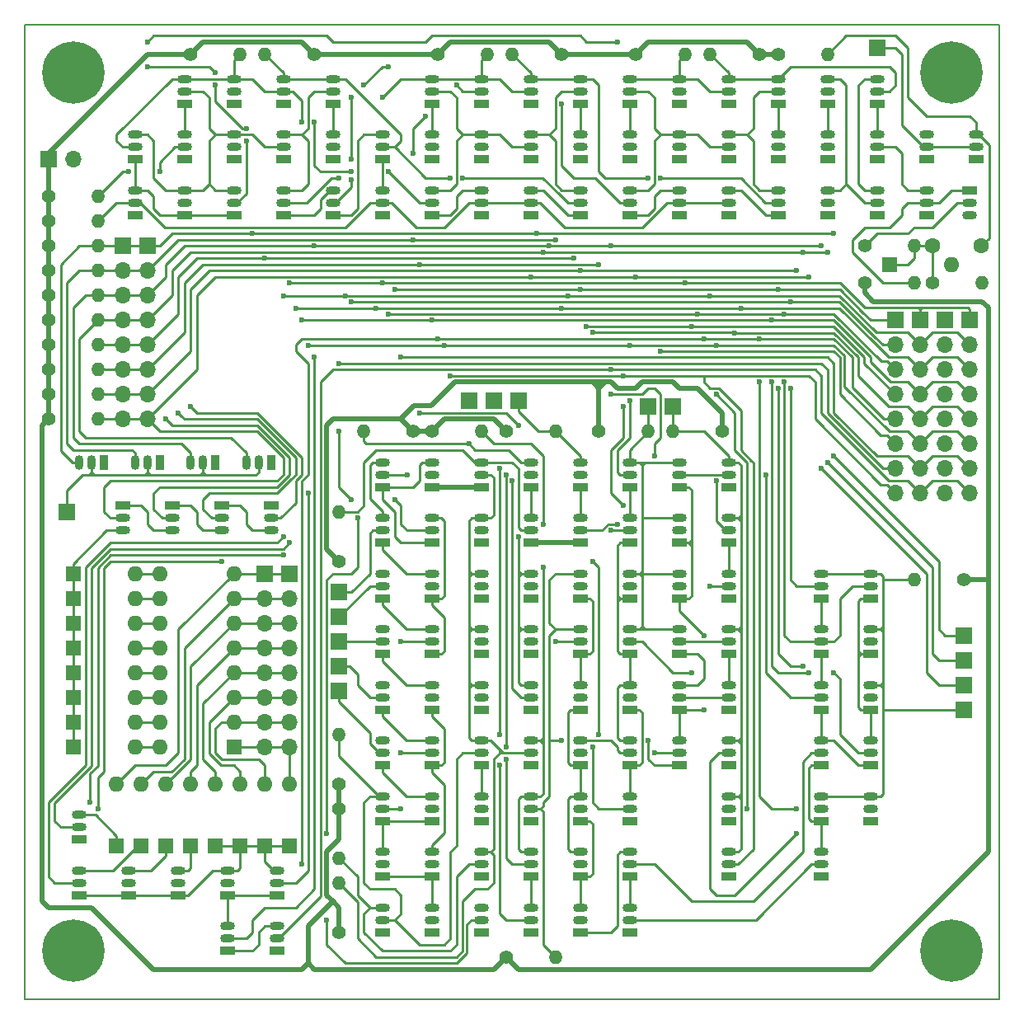
<source format=gbr>
%TF.GenerationSoftware,KiCad,Pcbnew,4.0.7-e2-6376~61~ubuntu18.04.1*%
%TF.CreationDate,2021-08-08T20:36:29+02:00*%
%TF.ProjectId,core,636F72652E6B696361645F7063620000,rev?*%
%TF.FileFunction,Copper,L1,Top,Signal*%
%FSLAX46Y46*%
G04 Gerber Fmt 4.6, Leading zero omitted, Abs format (unit mm)*
G04 Created by KiCad (PCBNEW 4.0.7-e2-6376~61~ubuntu18.04.1) date Sun Aug  8 20:36:29 2021*
%MOMM*%
%LPD*%
G01*
G04 APERTURE LIST*
%ADD10C,0.150000*%
%ADD11O,1.500000X0.900000*%
%ADD12R,1.500000X0.900000*%
%ADD13R,1.700000X1.700000*%
%ADD14O,1.700000X1.700000*%
%ADD15C,6.400000*%
%ADD16C,1.600000*%
%ADD17R,1.600000X1.600000*%
%ADD18O,1.600000X1.600000*%
%ADD19O,0.900000X1.500000*%
%ADD20R,0.900000X1.500000*%
%ADD21C,1.400000*%
%ADD22O,1.400000X1.400000*%
%ADD23C,0.600000*%
%ADD24C,0.250000*%
%ADD25C,0.500000*%
G04 APERTURE END LIST*
D10*
X41440000Y-15405000D02*
X41440000Y-115405000D01*
X41440000Y-115405000D02*
X141440000Y-115405000D01*
X141440000Y-15405000D02*
X141440000Y-115405000D01*
X41440000Y-15405000D02*
X141440000Y-15405000D01*
D11*
X78105000Y-84455000D03*
X78105000Y-83185000D03*
D12*
X78105000Y-85725000D03*
D13*
X130810000Y-45720000D03*
D14*
X130810000Y-48260000D03*
X130810000Y-50800000D03*
X130810000Y-53340000D03*
X130810000Y-55880000D03*
X130810000Y-58420000D03*
X130810000Y-60960000D03*
X130810000Y-63500000D03*
D11*
X118745000Y-27940000D03*
X118745000Y-26670000D03*
D12*
X118745000Y-29210000D03*
D15*
X46355000Y-110490000D03*
X136525000Y-110490000D03*
X136525000Y-20320000D03*
D16*
X139620000Y-38100000D03*
X134620000Y-38100000D03*
D17*
X130175000Y-40005000D03*
D18*
X136525000Y-40005000D03*
D17*
X46355000Y-71755000D03*
D18*
X52705000Y-71755000D03*
D17*
X50800000Y-99695000D03*
D18*
X50800000Y-93345000D03*
D17*
X46355000Y-74295000D03*
D18*
X52705000Y-74295000D03*
D17*
X46355000Y-76835000D03*
D18*
X52705000Y-76835000D03*
D17*
X46355000Y-79375000D03*
D18*
X52705000Y-79375000D03*
D17*
X46355000Y-81915000D03*
D18*
X52705000Y-81915000D03*
D17*
X46355000Y-84455000D03*
D18*
X52705000Y-84455000D03*
D17*
X46355000Y-86995000D03*
D18*
X52705000Y-86995000D03*
D17*
X46355000Y-89535000D03*
D18*
X52705000Y-89535000D03*
D17*
X53340000Y-99695000D03*
D18*
X53340000Y-93345000D03*
D17*
X55880000Y-99695000D03*
D18*
X55880000Y-93345000D03*
D17*
X58420000Y-99695000D03*
D18*
X58420000Y-93345000D03*
D17*
X60960000Y-99695000D03*
D18*
X60960000Y-93345000D03*
D17*
X63500000Y-99695000D03*
D18*
X63500000Y-93345000D03*
D17*
X66040000Y-99695000D03*
D18*
X66040000Y-93345000D03*
D17*
X68580000Y-99695000D03*
D18*
X68580000Y-93345000D03*
D13*
X43815000Y-29210000D03*
D14*
X46355000Y-29210000D03*
D13*
X105410000Y-54610000D03*
X107950000Y-54610000D03*
X66040000Y-71755000D03*
D14*
X66040000Y-74295000D03*
X66040000Y-76835000D03*
X66040000Y-79375000D03*
X66040000Y-81915000D03*
X66040000Y-84455000D03*
X66040000Y-86995000D03*
X66040000Y-89535000D03*
D13*
X128905000Y-17780000D03*
X45720000Y-65405000D03*
X135890000Y-45720000D03*
D14*
X135890000Y-48260000D03*
X135890000Y-50800000D03*
X135890000Y-53340000D03*
X135890000Y-55880000D03*
X135890000Y-58420000D03*
X135890000Y-60960000D03*
X135890000Y-63500000D03*
D13*
X133350000Y-45720000D03*
D14*
X133350000Y-48260000D03*
X133350000Y-50800000D03*
X133350000Y-53340000D03*
X133350000Y-55880000D03*
X133350000Y-58420000D03*
X133350000Y-60960000D03*
X133350000Y-63500000D03*
D13*
X138430000Y-45720000D03*
D14*
X138430000Y-48260000D03*
X138430000Y-50800000D03*
X138430000Y-53340000D03*
X138430000Y-55880000D03*
X138430000Y-58420000D03*
X138430000Y-60960000D03*
X138430000Y-63500000D03*
D13*
X53975000Y-38100000D03*
D14*
X53975000Y-40640000D03*
X53975000Y-43180000D03*
X53975000Y-45720000D03*
X53975000Y-48260000D03*
X53975000Y-50800000D03*
X53975000Y-53340000D03*
X53975000Y-55880000D03*
D13*
X137795000Y-78105000D03*
X51435000Y-38100000D03*
D14*
X51435000Y-40640000D03*
X51435000Y-43180000D03*
X51435000Y-45720000D03*
X51435000Y-48260000D03*
X51435000Y-50800000D03*
X51435000Y-53340000D03*
X51435000Y-55880000D03*
D13*
X137795000Y-83185000D03*
X137795000Y-80645000D03*
X137795000Y-85725000D03*
X89535000Y-53975000D03*
X86995000Y-53975000D03*
X92075000Y-53975000D03*
X73660000Y-83820000D03*
X73660000Y-81280000D03*
X73660000Y-78740000D03*
X73660000Y-76200000D03*
X73660000Y-73660000D03*
D11*
X139065000Y-27940000D03*
X139065000Y-26670000D03*
D12*
X139065000Y-29210000D03*
D11*
X133985000Y-27940000D03*
X133985000Y-26670000D03*
D12*
X133985000Y-29210000D03*
D19*
X65405000Y-60325000D03*
X64135000Y-60325000D03*
D20*
X66675000Y-60325000D03*
D19*
X59690000Y-60325000D03*
X58420000Y-60325000D03*
D20*
X60960000Y-60325000D03*
D19*
X53975000Y-60325000D03*
X52705000Y-60325000D03*
D20*
X55245000Y-60325000D03*
D11*
X138430000Y-33655000D03*
X138430000Y-34925000D03*
D12*
X138430000Y-32385000D03*
D19*
X48260000Y-60325000D03*
X46990000Y-60325000D03*
D20*
X49530000Y-60325000D03*
D11*
X133985000Y-33655000D03*
X133985000Y-32385000D03*
D12*
X133985000Y-34925000D03*
D11*
X62865000Y-33655000D03*
X62865000Y-32385000D03*
D12*
X62865000Y-34925000D03*
D11*
X57785000Y-33655000D03*
X57785000Y-32385000D03*
D12*
X57785000Y-34925000D03*
D11*
X52705000Y-27940000D03*
X52705000Y-26670000D03*
D12*
X52705000Y-29210000D03*
D11*
X52705000Y-33655000D03*
X52705000Y-32385000D03*
D12*
X52705000Y-34925000D03*
D11*
X57785000Y-22225000D03*
X57785000Y-20955000D03*
D12*
X57785000Y-23495000D03*
D11*
X57785000Y-27940000D03*
X57785000Y-26670000D03*
D12*
X57785000Y-29210000D03*
D11*
X62865000Y-27940000D03*
X62865000Y-26670000D03*
D12*
X62865000Y-29210000D03*
D11*
X62865000Y-22225000D03*
X62865000Y-20955000D03*
D12*
X62865000Y-23495000D03*
D11*
X67945000Y-27940000D03*
X67945000Y-26670000D03*
D12*
X67945000Y-29210000D03*
D11*
X67945000Y-22225000D03*
X67945000Y-20955000D03*
D12*
X67945000Y-23495000D03*
D11*
X67945000Y-33655000D03*
X67945000Y-32385000D03*
D12*
X67945000Y-34925000D03*
D11*
X73025000Y-33655000D03*
X73025000Y-32385000D03*
D12*
X73025000Y-34925000D03*
D11*
X78105000Y-27940000D03*
X78105000Y-26670000D03*
D12*
X78105000Y-29210000D03*
D11*
X78105000Y-33655000D03*
X78105000Y-32385000D03*
D12*
X78105000Y-34925000D03*
D11*
X73025000Y-22225000D03*
X73025000Y-20955000D03*
D12*
X73025000Y-23495000D03*
D11*
X73025000Y-27940000D03*
X73025000Y-26670000D03*
D12*
X73025000Y-29210000D03*
D11*
X83185000Y-33655000D03*
X83185000Y-32385000D03*
D12*
X83185000Y-34925000D03*
D11*
X88265000Y-33655000D03*
X88265000Y-32385000D03*
D12*
X88265000Y-34925000D03*
D11*
X83185000Y-22225000D03*
X83185000Y-20955000D03*
D12*
X83185000Y-23495000D03*
D11*
X83185000Y-27940000D03*
X83185000Y-26670000D03*
D12*
X83185000Y-29210000D03*
D11*
X88265000Y-27940000D03*
X88265000Y-26670000D03*
D12*
X88265000Y-29210000D03*
D11*
X88265000Y-22225000D03*
X88265000Y-20955000D03*
D12*
X88265000Y-23495000D03*
D11*
X93345000Y-27940000D03*
X93345000Y-26670000D03*
D12*
X93345000Y-29210000D03*
D11*
X93345000Y-22225000D03*
X93345000Y-20955000D03*
D12*
X93345000Y-23495000D03*
D11*
X98425000Y-33655000D03*
X98425000Y-32385000D03*
D12*
X98425000Y-34925000D03*
D11*
X93345000Y-33655000D03*
X93345000Y-32385000D03*
D12*
X93345000Y-34925000D03*
D11*
X98425000Y-22225000D03*
X98425000Y-20955000D03*
D12*
X98425000Y-23495000D03*
D11*
X98425000Y-27940000D03*
X98425000Y-26670000D03*
D12*
X98425000Y-29210000D03*
D11*
X103505000Y-33655000D03*
X103505000Y-32385000D03*
D12*
X103505000Y-34925000D03*
D11*
X108585000Y-33655000D03*
X108585000Y-32385000D03*
D12*
X108585000Y-34925000D03*
D11*
X103505000Y-22225000D03*
X103505000Y-20955000D03*
D12*
X103505000Y-23495000D03*
D11*
X103505000Y-27940000D03*
X103505000Y-26670000D03*
D12*
X103505000Y-29210000D03*
D11*
X108585000Y-27940000D03*
X108585000Y-26670000D03*
D12*
X108585000Y-29210000D03*
D11*
X108585000Y-22225000D03*
X108585000Y-20955000D03*
D12*
X108585000Y-23495000D03*
D11*
X113665000Y-27940000D03*
X113665000Y-26670000D03*
D12*
X113665000Y-29210000D03*
D11*
X113665000Y-22225000D03*
X113665000Y-20955000D03*
D12*
X113665000Y-23495000D03*
D11*
X118745000Y-33655000D03*
X118745000Y-32385000D03*
D12*
X118745000Y-34925000D03*
D11*
X113665000Y-33655000D03*
X113665000Y-32385000D03*
D12*
X113665000Y-34925000D03*
D11*
X118745000Y-22225000D03*
X118745000Y-20955000D03*
D12*
X118745000Y-23495000D03*
D11*
X123825000Y-22225000D03*
X123825000Y-20955000D03*
D12*
X123825000Y-23495000D03*
D11*
X123825000Y-27940000D03*
X123825000Y-26670000D03*
D12*
X123825000Y-29210000D03*
D11*
X123825000Y-33655000D03*
X123825000Y-32385000D03*
D12*
X123825000Y-34925000D03*
D11*
X128905000Y-33655000D03*
X128905000Y-32385000D03*
D12*
X128905000Y-34925000D03*
D11*
X128905000Y-22225000D03*
X128905000Y-20955000D03*
D12*
X128905000Y-23495000D03*
D11*
X128905000Y-27940000D03*
X128905000Y-26670000D03*
D12*
X128905000Y-29210000D03*
D11*
X128270000Y-95885000D03*
X128270000Y-94615000D03*
D12*
X128270000Y-97155000D03*
D11*
X123190000Y-95885000D03*
X123190000Y-94615000D03*
D12*
X123190000Y-97155000D03*
D11*
X128270000Y-73025000D03*
X128270000Y-71755000D03*
D12*
X128270000Y-74295000D03*
D11*
X128270000Y-90170000D03*
X128270000Y-88900000D03*
D12*
X128270000Y-91440000D03*
D11*
X123190000Y-90170000D03*
X123190000Y-88900000D03*
D12*
X123190000Y-91440000D03*
D11*
X123190000Y-101600000D03*
X123190000Y-100330000D03*
D12*
X123190000Y-102870000D03*
D11*
X128270000Y-78740000D03*
X128270000Y-77470000D03*
D12*
X128270000Y-80010000D03*
D11*
X128270000Y-84455000D03*
X128270000Y-83185000D03*
D12*
X128270000Y-85725000D03*
D11*
X123190000Y-73025000D03*
X123190000Y-71755000D03*
D12*
X123190000Y-74295000D03*
D11*
X123190000Y-78740000D03*
X123190000Y-77470000D03*
D12*
X123190000Y-80010000D03*
D11*
X123190000Y-84455000D03*
X123190000Y-83185000D03*
D12*
X123190000Y-85725000D03*
D11*
X78105000Y-95885000D03*
X78105000Y-94615000D03*
D12*
X78105000Y-97155000D03*
D11*
X88265000Y-67310000D03*
X88265000Y-66040000D03*
D12*
X88265000Y-68580000D03*
D11*
X78105000Y-90170000D03*
X78105000Y-88900000D03*
D12*
X78105000Y-91440000D03*
D11*
X83185000Y-95885000D03*
X83185000Y-94615000D03*
D12*
X83185000Y-97155000D03*
D11*
X78105000Y-101600000D03*
X78105000Y-100330000D03*
D12*
X78105000Y-102870000D03*
D11*
X88265000Y-73025000D03*
X88265000Y-71755000D03*
D12*
X88265000Y-74295000D03*
D11*
X83185000Y-90170000D03*
X83185000Y-88900000D03*
D12*
X83185000Y-91440000D03*
D11*
X88265000Y-78740000D03*
X88265000Y-77470000D03*
D12*
X88265000Y-80010000D03*
D11*
X78105000Y-78740000D03*
X78105000Y-77470000D03*
D12*
X78105000Y-80010000D03*
D11*
X83185000Y-84455000D03*
X83185000Y-83185000D03*
D12*
X83185000Y-85725000D03*
D11*
X83185000Y-101600000D03*
X83185000Y-100330000D03*
D12*
X83185000Y-102870000D03*
D11*
X83185000Y-107315000D03*
X83185000Y-106045000D03*
D12*
X83185000Y-108585000D03*
D11*
X88265000Y-84455000D03*
X88265000Y-83185000D03*
D12*
X88265000Y-85725000D03*
D11*
X78105000Y-73025000D03*
X78105000Y-71755000D03*
D12*
X78105000Y-74295000D03*
D11*
X83185000Y-78740000D03*
X83185000Y-77470000D03*
D12*
X83185000Y-80010000D03*
D11*
X83185000Y-67310000D03*
X83185000Y-66040000D03*
D12*
X83185000Y-68580000D03*
D11*
X83185000Y-61595000D03*
X83185000Y-60325000D03*
D12*
X83185000Y-62865000D03*
D11*
X88265000Y-101600000D03*
X88265000Y-100330000D03*
D12*
X88265000Y-102870000D03*
D11*
X88265000Y-107315000D03*
X88265000Y-106045000D03*
D12*
X88265000Y-108585000D03*
D11*
X78105000Y-67310000D03*
X78105000Y-66040000D03*
D12*
X78105000Y-68580000D03*
D11*
X83185000Y-73025000D03*
X83185000Y-71755000D03*
D12*
X83185000Y-74295000D03*
D11*
X88265000Y-90170000D03*
X88265000Y-88900000D03*
D12*
X88265000Y-91440000D03*
D11*
X88265000Y-95885000D03*
X88265000Y-94615000D03*
D12*
X88265000Y-97155000D03*
D11*
X78105000Y-61595000D03*
X78105000Y-60325000D03*
D12*
X78105000Y-62865000D03*
D11*
X78105000Y-107315000D03*
X78105000Y-106045000D03*
D12*
X78105000Y-108585000D03*
D11*
X88265000Y-61595000D03*
X88265000Y-60325000D03*
D12*
X88265000Y-62865000D03*
D11*
X98425000Y-90170000D03*
X98425000Y-88900000D03*
D12*
X98425000Y-91440000D03*
D11*
X98425000Y-101600000D03*
X98425000Y-100330000D03*
D12*
X98425000Y-102870000D03*
D11*
X98425000Y-107315000D03*
X98425000Y-106045000D03*
D12*
X98425000Y-108585000D03*
D11*
X103505000Y-101600000D03*
X103505000Y-100330000D03*
D12*
X103505000Y-102870000D03*
D11*
X103505000Y-107315000D03*
X103505000Y-106045000D03*
D12*
X103505000Y-108585000D03*
D11*
X98425000Y-78740000D03*
X98425000Y-77470000D03*
D12*
X98425000Y-80010000D03*
D11*
X98425000Y-84455000D03*
X98425000Y-83185000D03*
D12*
X98425000Y-85725000D03*
D11*
X98425000Y-95885000D03*
X98425000Y-94615000D03*
D12*
X98425000Y-97155000D03*
D11*
X98425000Y-73025000D03*
X98425000Y-71755000D03*
D12*
X98425000Y-74295000D03*
D11*
X93345000Y-101600000D03*
X93345000Y-100330000D03*
D12*
X93345000Y-102870000D03*
D11*
X93345000Y-107315000D03*
X93345000Y-106045000D03*
D12*
X93345000Y-108585000D03*
D11*
X93345000Y-84455000D03*
X93345000Y-83185000D03*
D12*
X93345000Y-85725000D03*
D11*
X98425000Y-61595000D03*
X98425000Y-60325000D03*
D12*
X98425000Y-62865000D03*
D11*
X98425000Y-67310000D03*
X98425000Y-66040000D03*
D12*
X98425000Y-68580000D03*
D11*
X93345000Y-78740000D03*
X93345000Y-77470000D03*
D12*
X93345000Y-80010000D03*
D11*
X93345000Y-95885000D03*
X93345000Y-94615000D03*
D12*
X93345000Y-97155000D03*
D11*
X93345000Y-90170000D03*
X93345000Y-88900000D03*
D12*
X93345000Y-91440000D03*
D11*
X93345000Y-73025000D03*
X93345000Y-71755000D03*
D12*
X93345000Y-74295000D03*
D11*
X93345000Y-61595000D03*
X93345000Y-60325000D03*
D12*
X93345000Y-62865000D03*
D11*
X93345000Y-67310000D03*
X93345000Y-66040000D03*
D12*
X93345000Y-68580000D03*
D11*
X103505000Y-78740000D03*
X103505000Y-77470000D03*
D12*
X103505000Y-80010000D03*
D11*
X113665000Y-90170000D03*
X113665000Y-88900000D03*
D12*
X113665000Y-91440000D03*
D11*
X103505000Y-73025000D03*
X103505000Y-71755000D03*
D12*
X103505000Y-74295000D03*
D11*
X113665000Y-101600000D03*
X113665000Y-100330000D03*
D12*
X113665000Y-102870000D03*
D11*
X103505000Y-61595000D03*
X103505000Y-60325000D03*
D12*
X103505000Y-62865000D03*
D11*
X103505000Y-67310000D03*
X103505000Y-66040000D03*
D12*
X103505000Y-68580000D03*
D11*
X103505000Y-90170000D03*
X103505000Y-88900000D03*
D12*
X103505000Y-91440000D03*
D11*
X103505000Y-95885000D03*
X103505000Y-94615000D03*
D12*
X103505000Y-97155000D03*
D11*
X113665000Y-95885000D03*
X113665000Y-94615000D03*
D12*
X113665000Y-97155000D03*
D11*
X108585000Y-73025000D03*
X108585000Y-71755000D03*
D12*
X108585000Y-74295000D03*
D11*
X108585000Y-90170000D03*
X108585000Y-88900000D03*
D12*
X108585000Y-91440000D03*
D11*
X103505000Y-84455000D03*
X103505000Y-83185000D03*
D12*
X103505000Y-85725000D03*
D11*
X113665000Y-61595000D03*
X113665000Y-60325000D03*
D12*
X113665000Y-62865000D03*
D11*
X113665000Y-73025000D03*
X113665000Y-71755000D03*
D12*
X113665000Y-74295000D03*
D11*
X108585000Y-61595000D03*
X108585000Y-60325000D03*
D12*
X108585000Y-62865000D03*
D11*
X113665000Y-67310000D03*
X113665000Y-66040000D03*
D12*
X113665000Y-68580000D03*
D11*
X108585000Y-67310000D03*
X108585000Y-66040000D03*
D12*
X108585000Y-68580000D03*
D11*
X113665000Y-78740000D03*
X113665000Y-77470000D03*
D12*
X113665000Y-80010000D03*
D11*
X113665000Y-84455000D03*
X113665000Y-83185000D03*
D12*
X113665000Y-85725000D03*
D11*
X108585000Y-78740000D03*
X108585000Y-77470000D03*
D12*
X108585000Y-80010000D03*
D11*
X108585000Y-84455000D03*
X108585000Y-83185000D03*
D12*
X108585000Y-85725000D03*
D11*
X46990000Y-97790000D03*
X46990000Y-96520000D03*
D12*
X46990000Y-99060000D03*
D11*
X51435000Y-66040000D03*
X51435000Y-67310000D03*
D12*
X51435000Y-64770000D03*
D11*
X56515000Y-66040000D03*
X56515000Y-67310000D03*
D12*
X56515000Y-64770000D03*
D11*
X61595000Y-66040000D03*
X61595000Y-67310000D03*
D12*
X61595000Y-64770000D03*
D11*
X66675000Y-66040000D03*
X66675000Y-67310000D03*
D12*
X66675000Y-64770000D03*
D11*
X46990000Y-103505000D03*
X46990000Y-102235000D03*
D12*
X46990000Y-104775000D03*
D11*
X52070000Y-103505000D03*
X52070000Y-102235000D03*
D12*
X52070000Y-104775000D03*
D11*
X57150000Y-103505000D03*
X57150000Y-102235000D03*
D12*
X57150000Y-104775000D03*
D11*
X62230000Y-103505000D03*
X62230000Y-102235000D03*
D12*
X62230000Y-104775000D03*
D11*
X62230000Y-109220000D03*
X62230000Y-107950000D03*
D12*
X62230000Y-110490000D03*
D11*
X67310000Y-109220000D03*
X67310000Y-107950000D03*
D12*
X67310000Y-110490000D03*
D11*
X67310000Y-103505000D03*
X67310000Y-102235000D03*
D12*
X67310000Y-104775000D03*
D21*
X118745000Y-18415000D03*
D22*
X123825000Y-18415000D03*
D21*
X43815000Y-33020000D03*
D22*
X48895000Y-33020000D03*
D21*
X134620000Y-41910000D03*
D22*
X139700000Y-41910000D03*
D21*
X127635000Y-38100000D03*
D22*
X132715000Y-38100000D03*
D21*
X127635000Y-41910000D03*
D22*
X132715000Y-41910000D03*
D21*
X43815000Y-35560000D03*
D22*
X48895000Y-35560000D03*
D21*
X43815000Y-38100000D03*
D22*
X48895000Y-38100000D03*
D21*
X58420000Y-18415000D03*
D22*
X63500000Y-18415000D03*
D21*
X43815000Y-48260000D03*
D22*
X48895000Y-48260000D03*
D21*
X71120000Y-18415000D03*
D22*
X66040000Y-18415000D03*
D21*
X43815000Y-40640000D03*
D22*
X48895000Y-40640000D03*
D21*
X83820000Y-18415000D03*
D22*
X88900000Y-18415000D03*
D21*
X43815000Y-50800000D03*
D22*
X48895000Y-50800000D03*
D21*
X96520000Y-18415000D03*
D22*
X91440000Y-18415000D03*
D21*
X43815000Y-43180000D03*
D22*
X48895000Y-43180000D03*
D21*
X104140000Y-18415000D03*
D22*
X109220000Y-18415000D03*
D21*
X43815000Y-53340000D03*
D22*
X48895000Y-53340000D03*
D21*
X116840000Y-18415000D03*
D22*
X111760000Y-18415000D03*
D21*
X43815000Y-45720000D03*
D22*
X48895000Y-45720000D03*
D21*
X43815000Y-55880000D03*
D22*
X48895000Y-55880000D03*
D21*
X137795000Y-72390000D03*
D22*
X132715000Y-72390000D03*
D21*
X73660000Y-93345000D03*
D22*
X73660000Y-88265000D03*
D21*
X73660000Y-108585000D03*
D22*
X73660000Y-103505000D03*
D21*
X73660000Y-95885000D03*
D22*
X73660000Y-100965000D03*
D21*
X73660000Y-70485000D03*
D22*
X73660000Y-65405000D03*
D21*
X90805000Y-111125000D03*
D22*
X95885000Y-111125000D03*
D21*
X90805000Y-57150000D03*
D22*
X95885000Y-57150000D03*
D21*
X81280000Y-57150000D03*
D22*
X76200000Y-57150000D03*
D21*
X83185000Y-57150000D03*
D22*
X88265000Y-57150000D03*
D21*
X100330000Y-57150000D03*
D22*
X105410000Y-57150000D03*
D21*
X113030000Y-57150000D03*
D22*
X107950000Y-57150000D03*
D17*
X62865000Y-89535000D03*
D18*
X55245000Y-71755000D03*
X62865000Y-86995000D03*
X55245000Y-74295000D03*
X62865000Y-84455000D03*
X55245000Y-76835000D03*
X62865000Y-81915000D03*
X55245000Y-79375000D03*
X62865000Y-79375000D03*
X55245000Y-81915000D03*
X62865000Y-76835000D03*
X55245000Y-84455000D03*
X62865000Y-74295000D03*
X55245000Y-86995000D03*
X62865000Y-71755000D03*
X55245000Y-89535000D03*
D15*
X46355000Y-20320000D03*
D13*
X68580000Y-71755000D03*
D14*
X68580000Y-74295000D03*
X68580000Y-76835000D03*
X68580000Y-79375000D03*
X68580000Y-81915000D03*
X68580000Y-84455000D03*
X68580000Y-86995000D03*
X68580000Y-89535000D03*
D23*
X118745000Y-42545705D03*
X118745000Y-52705000D03*
X121285000Y-81280000D03*
X98425000Y-42545705D03*
X79375000Y-42545000D03*
X120015000Y-43817115D03*
X120015000Y-52705000D03*
X74930000Y-43815000D03*
X80645705Y-61595705D03*
X119380000Y-45085000D03*
X119380000Y-52070000D03*
X110490000Y-45085000D03*
X78740000Y-45085000D03*
X117475000Y-61595000D03*
X109855000Y-46356410D03*
X99060000Y-46356410D03*
X116840000Y-47625000D03*
X116840000Y-52070000D03*
X120650000Y-95885000D03*
X111125000Y-47627820D03*
X83820000Y-47625000D03*
X69850000Y-101600000D03*
X106680000Y-48895000D03*
X106045000Y-90170000D03*
X72390000Y-107315000D03*
X73660000Y-50165000D03*
X73660000Y-57150000D03*
X74930000Y-64135000D03*
X75565000Y-66040000D03*
X72390000Y-98425000D03*
X102870000Y-51435000D03*
X102870000Y-54610000D03*
X102870000Y-64770000D03*
X85090000Y-51435000D03*
X109220000Y-41910000D03*
X78105000Y-41910000D03*
X68580000Y-41910000D03*
X68580000Y-68580000D03*
X111760000Y-43181410D03*
X97155000Y-43181410D03*
X74295000Y-43181410D03*
X79375000Y-64135000D03*
X67945000Y-43181410D03*
X67945000Y-67945000D03*
X114935000Y-44452820D03*
X112395000Y-62230000D03*
X96520000Y-44452820D03*
X95885000Y-78740000D03*
X77470000Y-44452820D03*
X80010000Y-78740000D03*
X80010000Y-90170000D03*
X80010000Y-95885000D03*
X67945000Y-69850000D03*
X69215000Y-44452820D03*
X48094987Y-95250000D03*
X118110000Y-45720705D03*
X118110000Y-52070000D03*
X121920000Y-81915000D03*
X124460000Y-81915000D03*
X83185000Y-45720705D03*
X69850000Y-45720705D03*
X61595000Y-70485000D03*
X48895000Y-95885000D03*
X114300000Y-46992115D03*
X111760000Y-73025000D03*
X99695000Y-46990000D03*
X101600000Y-67310000D03*
X112395000Y-48263525D03*
X112395000Y-53340000D03*
X115570000Y-95885000D03*
X103505000Y-48263525D03*
X103505000Y-53975000D03*
X84455000Y-48263525D03*
X70485000Y-48263525D03*
X70485000Y-63500000D03*
X80010000Y-49530000D03*
X106045000Y-59690000D03*
X101600000Y-50800000D03*
X101600000Y-53340000D03*
X124460000Y-36830000D03*
X124460000Y-59690000D03*
X91440000Y-62230000D03*
X93980000Y-36830000D03*
X64770000Y-36830000D03*
X95885000Y-37465000D03*
X81280000Y-37465000D03*
X71120000Y-38100000D03*
X71120000Y-49530000D03*
X123190000Y-38100000D03*
X123190000Y-60960000D03*
X95250000Y-38100000D03*
X101600000Y-38100000D03*
X123825000Y-38735000D03*
X123825000Y-60325000D03*
X94615000Y-38735000D03*
X121285000Y-38735000D03*
X99695000Y-89535000D03*
X100330000Y-88265000D03*
X99695000Y-70485000D03*
X97790000Y-39370000D03*
X58420000Y-54610000D03*
X66040000Y-39370000D03*
X81915000Y-40005000D03*
X81915000Y-55245000D03*
X92075000Y-56515000D03*
X90170000Y-60960000D03*
X90170000Y-88265000D03*
X90170000Y-91440000D03*
X57150000Y-55245000D03*
X100330000Y-40005000D03*
X98425000Y-40640000D03*
X102235000Y-66675000D03*
X55880000Y-55880000D03*
X120650000Y-40640000D03*
X120650000Y-98425000D03*
X109855000Y-81915000D03*
X104140000Y-41275000D03*
X93345000Y-41275000D03*
X90805000Y-61595000D03*
X90805000Y-89535000D03*
X90805000Y-90805000D03*
X121920000Y-41275000D03*
X94615000Y-71120000D03*
X94615000Y-66675000D03*
X86995000Y-58420000D03*
X92075000Y-67945000D03*
X52070000Y-30480000D03*
X55245000Y-30480000D03*
X53975000Y-17145000D03*
X53975000Y-19685000D03*
X60960000Y-20320000D03*
X60960000Y-21590000D03*
X64135000Y-26035000D03*
X64135000Y-27305000D03*
X102235000Y-17145000D03*
X96520000Y-23495000D03*
X78105000Y-22860000D03*
X78740000Y-30480000D03*
X74930000Y-30480000D03*
X71120000Y-25400000D03*
X69850000Y-25400000D03*
X85090000Y-31115000D03*
X86360000Y-31115000D03*
X78740000Y-19685000D03*
X76200000Y-21590000D03*
X74930000Y-22860000D03*
X74930000Y-29210000D03*
X73660000Y-31115000D03*
X85725000Y-21590000D03*
X82550000Y-24765000D03*
X81280000Y-28575000D03*
X74930000Y-31280003D03*
X105410000Y-31115000D03*
X106680000Y-31115000D03*
X96520000Y-88900000D03*
X105410000Y-88900000D03*
X111125000Y-85725000D03*
X111125000Y-78105000D03*
D24*
X123825000Y-18415000D02*
X125730000Y-16510000D01*
X130810000Y-16510000D02*
X132080000Y-17780000D01*
X133985000Y-24765000D02*
X138430000Y-24765000D01*
X125730000Y-16510000D02*
X130810000Y-16510000D01*
X132080000Y-17780000D02*
X132080000Y-22860000D01*
X132080000Y-22860000D02*
X133985000Y-24765000D01*
X138430000Y-24765000D02*
X139065000Y-25400000D01*
X139065000Y-25400000D02*
X139065000Y-26670000D01*
X139620000Y-38100000D02*
X140419999Y-37300001D01*
X140419999Y-37300001D02*
X140419999Y-27724999D01*
X140419999Y-27724999D02*
X139365000Y-26670000D01*
X139365000Y-26670000D02*
X139065000Y-26670000D01*
X132080000Y-40005000D02*
X130175000Y-40005000D01*
X132715000Y-39370000D02*
X132080000Y-40005000D01*
X132715000Y-38100000D02*
X132715000Y-39370000D01*
X134620000Y-38100000D02*
X134620000Y-41910000D01*
X132715000Y-38100000D02*
X134620000Y-38100000D01*
D25*
X93345000Y-68580000D02*
X98425000Y-68580000D01*
X83185000Y-62865000D02*
X88265000Y-62865000D01*
D24*
X46355000Y-71755000D02*
X46355000Y-70705000D01*
X46355000Y-70705000D02*
X49750000Y-67310000D01*
X49750000Y-67310000D02*
X50435000Y-67310000D01*
X50435000Y-67310000D02*
X51435000Y-67310000D01*
X46355000Y-74295000D02*
X46355000Y-73245000D01*
X46355000Y-73245000D02*
X46355000Y-71755000D01*
X46355000Y-76835000D02*
X46355000Y-74295000D01*
X46355000Y-79375000D02*
X46355000Y-76835000D01*
X46355000Y-81915000D02*
X46355000Y-79375000D01*
X46355000Y-84455000D02*
X46355000Y-83405000D01*
X46355000Y-83405000D02*
X46355000Y-81915000D01*
X46355000Y-86995000D02*
X46355000Y-85945000D01*
X46355000Y-85945000D02*
X46355000Y-84455000D01*
X46355000Y-89535000D02*
X46355000Y-88485000D01*
X46355000Y-88485000D02*
X46355000Y-86995000D01*
X52705000Y-71755000D02*
X55245000Y-71755000D01*
X46990000Y-96520000D02*
X48675000Y-96520000D01*
X48675000Y-96520000D02*
X50800000Y-98645000D01*
X50800000Y-98645000D02*
X50800000Y-99695000D01*
X55245000Y-74295000D02*
X54113630Y-74295000D01*
X54113630Y-74295000D02*
X52705000Y-74295000D01*
X52705000Y-76835000D02*
X55245000Y-76835000D01*
X55245000Y-79375000D02*
X52705000Y-79375000D01*
X52705000Y-81915000D02*
X55245000Y-81915000D01*
X52705000Y-84455000D02*
X55245000Y-84455000D01*
X52705000Y-86995000D02*
X55245000Y-86995000D01*
X52705000Y-89535000D02*
X55245000Y-89535000D01*
X59690000Y-85090000D02*
X62865000Y-81915000D01*
X59690000Y-90805000D02*
X59690000Y-85090000D01*
X60960000Y-92075000D02*
X59690000Y-90805000D01*
X60960000Y-93345000D02*
X60960000Y-92075000D01*
X66040000Y-81915000D02*
X68580000Y-81915000D01*
X62865000Y-81915000D02*
X66040000Y-81915000D01*
X63500000Y-93345000D02*
X63500000Y-92075000D01*
X63500000Y-92075000D02*
X62865000Y-91440000D01*
X62865000Y-91440000D02*
X61593590Y-91440000D01*
X60325000Y-86995000D02*
X62865000Y-84455000D01*
X61593590Y-91440000D02*
X60325000Y-90171410D01*
X60325000Y-90171410D02*
X60325000Y-86995000D01*
X66040000Y-84455000D02*
X62865000Y-84455000D01*
X68580000Y-84455000D02*
X67377919Y-84455000D01*
X67377919Y-84455000D02*
X66040000Y-84455000D01*
X60960000Y-87630000D02*
X61595000Y-86995000D01*
X61595000Y-86995000D02*
X62865000Y-86995000D01*
X60960000Y-90170000D02*
X60960000Y-87630000D01*
X61595000Y-90805000D02*
X60960000Y-90170000D01*
X65405000Y-90805000D02*
X61595000Y-90805000D01*
X66040000Y-91440000D02*
X65405000Y-90805000D01*
X66040000Y-93345000D02*
X66040000Y-91440000D01*
X66040000Y-86995000D02*
X68580000Y-86995000D01*
X62865000Y-86995000D02*
X66040000Y-86995000D01*
X68580000Y-89535000D02*
X68580000Y-93345000D01*
X62865000Y-89535000D02*
X66040000Y-89535000D01*
X68580000Y-89535000D02*
X66040000Y-89535000D01*
D25*
X140335000Y-44450000D02*
X140335000Y-72390000D01*
X140335000Y-72390000D02*
X140335000Y-100330000D01*
X137795000Y-72390000D02*
X140335000Y-72390000D01*
X127635000Y-41910000D02*
X127635000Y-42899949D01*
X127635000Y-42899949D02*
X128550051Y-43815000D01*
X128550051Y-43815000D02*
X139700000Y-43815000D01*
X139700000Y-43815000D02*
X140335000Y-44450000D01*
X92075000Y-112395000D02*
X90805000Y-111125000D01*
X140335000Y-100330000D02*
X128270000Y-112395000D01*
X128270000Y-112395000D02*
X92075000Y-112395000D01*
X108585000Y-52705000D02*
X110490000Y-52705000D01*
X107950000Y-52070000D02*
X108585000Y-52705000D01*
X104775000Y-52070000D02*
X107950000Y-52070000D01*
X102235000Y-52705000D02*
X104140000Y-52705000D01*
X104140000Y-52705000D02*
X104775000Y-52070000D01*
X100965000Y-52070000D02*
X101600000Y-52070000D01*
X101600000Y-52070000D02*
X102235000Y-52705000D01*
X110490000Y-52705000D02*
X113030000Y-55245000D01*
X113030000Y-55245000D02*
X113030000Y-57150000D01*
X100330000Y-52070000D02*
X100965000Y-52070000D01*
X99695000Y-52070000D02*
X100330000Y-52070000D01*
X100330000Y-52070000D02*
X100330000Y-52705000D01*
X99695000Y-52070000D02*
X85565002Y-52070000D01*
X85565002Y-52070000D02*
X83140003Y-54494999D01*
X83140003Y-54494999D02*
X81395001Y-54494999D01*
X81395001Y-54494999D02*
X80010000Y-55880000D01*
X100330000Y-52705000D02*
X99695000Y-52070000D01*
X100330000Y-52705000D02*
X100965000Y-52070000D01*
X100330000Y-57150000D02*
X100330000Y-52705000D01*
X71120000Y-112395000D02*
X89535000Y-112395000D01*
X89535000Y-112395000D02*
X90805000Y-111125000D01*
X70485000Y-111760000D02*
X71120000Y-112395000D01*
X73025000Y-105410000D02*
X70485000Y-107950000D01*
X54610000Y-112395000D02*
X48260000Y-106045000D01*
X70485000Y-107950000D02*
X70485000Y-111760000D01*
X70485000Y-111760000D02*
X69850000Y-112395000D01*
X43180000Y-56515000D02*
X43815000Y-55880000D01*
X69850000Y-112395000D02*
X54610000Y-112395000D01*
X48260000Y-106045000D02*
X43815000Y-106045000D01*
X43815000Y-106045000D02*
X43180000Y-105410000D01*
X43180000Y-105410000D02*
X43180000Y-56515000D01*
X73025000Y-105410000D02*
X72390000Y-104775000D01*
X73660000Y-106045000D02*
X73025000Y-105410000D01*
X81280000Y-57150000D02*
X80010000Y-55880000D01*
X80010000Y-55880000D02*
X73025000Y-55880000D01*
X73025000Y-55880000D02*
X72390000Y-56515000D01*
X72390000Y-69215000D02*
X73660000Y-70485000D01*
X72390000Y-56515000D02*
X72390000Y-69215000D01*
X84455000Y-55880000D02*
X89535000Y-55880000D01*
X89535000Y-55880000D02*
X90805000Y-57150000D01*
X83185000Y-57150000D02*
X84455000Y-55880000D01*
X81280000Y-57150000D02*
X83185000Y-57150000D01*
X72390000Y-100330000D02*
X73660000Y-99060000D01*
X73660000Y-99060000D02*
X73660000Y-95885000D01*
X72390000Y-104775000D02*
X72390000Y-100330000D01*
X73660000Y-108585000D02*
X73660000Y-106045000D01*
X73660000Y-93345000D02*
X73660000Y-95885000D01*
X116840000Y-18415000D02*
X118745000Y-18415000D01*
X43815000Y-29210000D02*
X43815000Y-33020000D01*
X43815000Y-35560000D02*
X43815000Y-33020000D01*
X43815000Y-38100000D02*
X43815000Y-35560000D01*
X43815000Y-53340000D02*
X43815000Y-55880000D01*
X43815000Y-50800000D02*
X43815000Y-53340000D01*
X43815000Y-48260000D02*
X43815000Y-50800000D01*
X43815000Y-45720000D02*
X43815000Y-48260000D01*
X43815000Y-43180000D02*
X43815000Y-45720000D01*
X43815000Y-40640000D02*
X43815000Y-43180000D01*
X43815000Y-38100000D02*
X43815000Y-40640000D01*
X53975000Y-18415000D02*
X43815000Y-28575000D01*
X43815000Y-28575000D02*
X43815000Y-29210000D01*
X58420000Y-18415000D02*
X53975000Y-18415000D01*
X104140000Y-18415000D02*
X105410000Y-17145000D01*
X105410000Y-17145000D02*
X115570000Y-17145000D01*
X115570000Y-17145000D02*
X116840000Y-18415000D01*
X96520000Y-18415000D02*
X104140000Y-18415000D01*
X83820000Y-18415000D02*
X85090000Y-17145000D01*
X85090000Y-17145000D02*
X95250000Y-17145000D01*
X95250000Y-17145000D02*
X96520000Y-18415000D01*
X71120000Y-18415000D02*
X83820000Y-18415000D01*
X58420000Y-18415000D02*
X59690000Y-17145000D01*
X59690000Y-17145000D02*
X69850000Y-17145000D01*
X69850000Y-17145000D02*
X71120000Y-18415000D01*
D24*
X105410000Y-77470000D02*
X108585000Y-77470000D01*
X104505000Y-77470000D02*
X105410000Y-77470000D01*
X105410000Y-77470000D02*
X105045000Y-77470000D01*
X105045000Y-77470000D02*
X104775000Y-77200000D01*
X104775000Y-71485000D02*
X104775000Y-71755000D01*
X104775000Y-71755000D02*
X104775000Y-72025000D01*
X108585000Y-71755000D02*
X104775000Y-71755000D01*
X104775000Y-71485000D02*
X104775000Y-66040000D01*
X104775000Y-66040000D02*
X104775000Y-60595000D01*
X108585000Y-66040000D02*
X104775000Y-66040000D01*
X105410000Y-60325000D02*
X108585000Y-60325000D01*
X103505000Y-60325000D02*
X105410000Y-60325000D01*
X105410000Y-60325000D02*
X105045000Y-60325000D01*
X105045000Y-60325000D02*
X104775000Y-60595000D01*
X103505000Y-60325000D02*
X103505000Y-59055000D01*
X103505000Y-59055000D02*
X105410000Y-57150000D01*
X105410000Y-54610000D02*
X105410000Y-55710000D01*
X105410000Y-55710000D02*
X105410000Y-57150000D01*
X104505000Y-71755000D02*
X104775000Y-71485000D01*
X104775000Y-60595000D02*
X104505000Y-60325000D01*
X104505000Y-60325000D02*
X103505000Y-60325000D01*
X103505000Y-77470000D02*
X104505000Y-77470000D01*
X104505000Y-77470000D02*
X104775000Y-77200000D01*
X104775000Y-77200000D02*
X104775000Y-72025000D01*
X104775000Y-72025000D02*
X104505000Y-71755000D01*
X104505000Y-71755000D02*
X103505000Y-71755000D01*
X114935000Y-65770000D02*
X114935000Y-66310000D01*
X114935000Y-77200000D02*
X114935000Y-77740000D01*
X114935000Y-89170000D02*
X114935000Y-88630000D01*
X114935000Y-94885000D02*
X114935000Y-94345000D01*
X114665000Y-94615000D02*
X114935000Y-94885000D01*
X114935000Y-94885000D02*
X114935000Y-100060000D01*
X114935000Y-100060000D02*
X114665000Y-100330000D01*
X114665000Y-100330000D02*
X113665000Y-100330000D01*
X114665000Y-88900000D02*
X114935000Y-89170000D01*
X114935000Y-89170000D02*
X114935000Y-94345000D01*
X114935000Y-94345000D02*
X114665000Y-94615000D01*
X114665000Y-94615000D02*
X113665000Y-94615000D01*
X114665000Y-77470000D02*
X114935000Y-77740000D01*
X114935000Y-77740000D02*
X114935000Y-88630000D01*
X114935000Y-88630000D02*
X114665000Y-88900000D01*
X114665000Y-88900000D02*
X113665000Y-88900000D01*
X114665000Y-66040000D02*
X114935000Y-66310000D01*
X114935000Y-66310000D02*
X114935000Y-77200000D01*
X114935000Y-77200000D02*
X114665000Y-77470000D01*
X114665000Y-77470000D02*
X113665000Y-77470000D01*
X113665000Y-60325000D02*
X114665000Y-60325000D01*
X114665000Y-66040000D02*
X113665000Y-66040000D01*
X114665000Y-60325000D02*
X114935000Y-60595000D01*
X114935000Y-60595000D02*
X114935000Y-65770000D01*
X114935000Y-65770000D02*
X114665000Y-66040000D01*
X107950000Y-57150000D02*
X111190000Y-57150000D01*
X111190000Y-57150000D02*
X113665000Y-59625000D01*
X113665000Y-59625000D02*
X113665000Y-60325000D01*
X107950000Y-57150000D02*
X107950000Y-54610000D01*
X62865000Y-71755000D02*
X57150000Y-77470000D01*
X57150000Y-77470000D02*
X57150000Y-90170000D01*
X57150000Y-90170000D02*
X55880000Y-91440000D01*
X55880000Y-91440000D02*
X52705000Y-91440000D01*
X52705000Y-91440000D02*
X50800000Y-93345000D01*
X66040000Y-71755000D02*
X68580000Y-71755000D01*
X62865000Y-71755000D02*
X66040000Y-71755000D01*
X62865000Y-74295000D02*
X57785000Y-79375000D01*
X57785000Y-79375000D02*
X57785000Y-90803590D01*
X57785000Y-90803590D02*
X56513590Y-92075000D01*
X56513590Y-92075000D02*
X54610000Y-92075000D01*
X54610000Y-92075000D02*
X53340000Y-93345000D01*
X66040000Y-74295000D02*
X62865000Y-74295000D01*
X68580000Y-74295000D02*
X66040000Y-74295000D01*
X58420000Y-81280000D02*
X58420000Y-90805000D01*
X58420000Y-90805000D02*
X55880000Y-93345000D01*
X62865000Y-76835000D02*
X58420000Y-81280000D01*
X66040000Y-76835000D02*
X68580000Y-76835000D01*
X62865000Y-76835000D02*
X66040000Y-76835000D01*
X59055000Y-91440000D02*
X59055000Y-83185000D01*
X59055000Y-83185000D02*
X62865000Y-79375000D01*
X58420000Y-92075000D02*
X59055000Y-91440000D01*
X58420000Y-93345000D02*
X58420000Y-92075000D01*
X66040000Y-79375000D02*
X62865000Y-79375000D01*
X68580000Y-79375000D02*
X66040000Y-79375000D01*
X133985000Y-27940000D02*
X133685000Y-27940000D01*
X133685000Y-27940000D02*
X131445000Y-25700000D01*
X131445000Y-25700000D02*
X131445000Y-18415000D01*
X131445000Y-18415000D02*
X130810000Y-17780000D01*
X130810000Y-17780000D02*
X128905000Y-17780000D01*
X133985000Y-27940000D02*
X139065000Y-27940000D01*
X59960000Y-61595000D02*
X59420000Y-61595000D01*
X59960000Y-61595000D02*
X65135000Y-61595000D01*
X59690000Y-61325000D02*
X59960000Y-61595000D01*
X56515000Y-61595000D02*
X59420000Y-61595000D01*
X59690000Y-60325000D02*
X59690000Y-61325000D01*
X59420000Y-61595000D02*
X59690000Y-61325000D01*
X48530000Y-61595000D02*
X50165000Y-61595000D01*
X50165000Y-61595000D02*
X53340000Y-61595000D01*
X47625000Y-61595000D02*
X50165000Y-61595000D01*
X47625000Y-61595000D02*
X47990000Y-61595000D01*
X48260000Y-61325000D02*
X48260000Y-60325000D01*
X47990000Y-61595000D02*
X48260000Y-61325000D01*
X47290000Y-61595000D02*
X47625000Y-61595000D01*
X45720000Y-63500000D02*
X45720000Y-63165000D01*
X45720000Y-63165000D02*
X47290000Y-61595000D01*
X45720000Y-65405000D02*
X45720000Y-63500000D01*
X53340000Y-61595000D02*
X56515000Y-61595000D01*
X53975000Y-60325000D02*
X53975000Y-61325000D01*
X53975000Y-61325000D02*
X54245000Y-61595000D01*
X54245000Y-61595000D02*
X56515000Y-61595000D01*
X53975000Y-61325000D02*
X53705000Y-61595000D01*
X53705000Y-61595000D02*
X53340000Y-61595000D01*
X48260000Y-61325000D02*
X48530000Y-61595000D01*
X65135000Y-61595000D02*
X65405000Y-61325000D01*
X65405000Y-61325000D02*
X65405000Y-60325000D01*
X98425000Y-42545705D02*
X79375705Y-42545705D01*
X79375705Y-42545705D02*
X79375000Y-42545000D01*
X125094295Y-42545705D02*
X118745000Y-42545705D01*
X118745000Y-42545705D02*
X98425000Y-42545705D01*
X118745000Y-80010000D02*
X118745000Y-52705000D01*
X120015000Y-81280000D02*
X118745000Y-80010000D01*
X121285000Y-81280000D02*
X120015000Y-81280000D01*
X127448599Y-44900009D02*
X125094295Y-42545705D01*
X130810000Y-45720000D02*
X128268590Y-45720000D01*
X128268590Y-45720000D02*
X127448599Y-44900009D01*
X120015000Y-43817115D02*
X74932115Y-43817115D01*
X74932115Y-43817115D02*
X74930000Y-43815000D01*
X125092885Y-43817115D02*
X120015000Y-43817115D01*
X120015000Y-72390000D02*
X120015000Y-52705000D01*
X120650000Y-73025000D02*
X120015000Y-72390000D01*
X123190000Y-73025000D02*
X120650000Y-73025000D01*
X80645705Y-61595705D02*
X78105705Y-61595705D01*
X78105705Y-61595705D02*
X78105000Y-61595000D01*
X128715779Y-47440009D02*
X125092885Y-43817115D01*
X130810000Y-48260000D02*
X129535770Y-48260000D01*
X129535770Y-48260000D02*
X128715779Y-47440009D01*
X124468465Y-45085000D02*
X119380000Y-45085000D01*
X119380000Y-45085000D02*
X110490000Y-45085000D01*
X119380000Y-78105000D02*
X119380000Y-52070000D01*
X120015000Y-78740000D02*
X119380000Y-78105000D01*
X123190000Y-78740000D02*
X120015000Y-78740000D01*
X123190000Y-78740000D02*
X124460000Y-78740000D01*
X125095000Y-74295000D02*
X126365000Y-73025000D01*
X124460000Y-78740000D02*
X125095000Y-78105000D01*
X125095000Y-78105000D02*
X125095000Y-74295000D01*
X126365000Y-73025000D02*
X128270000Y-73025000D01*
X110490000Y-45085000D02*
X78740000Y-45085000D01*
X129333466Y-49950001D02*
X124468465Y-45085000D01*
X129960001Y-49950001D02*
X129333466Y-49950001D01*
X130810000Y-50800000D02*
X129960001Y-49950001D01*
X124468465Y-45085000D02*
X124460000Y-45085000D01*
X123190000Y-84455000D02*
X120015000Y-84455000D01*
X120015000Y-84455000D02*
X117475000Y-81915000D01*
X117475000Y-81915000D02*
X117475000Y-62019264D01*
X117475000Y-62019264D02*
X117475000Y-61595000D01*
X124467053Y-46356410D02*
X109855000Y-46356410D01*
X109855000Y-46356410D02*
X99060000Y-46356410D01*
X108585000Y-61595000D02*
X113665000Y-61595000D01*
X124467053Y-46356410D02*
X124458590Y-46356410D01*
X127633590Y-50163590D02*
X127633590Y-49522947D01*
X130810000Y-53340000D02*
X127633590Y-50163590D01*
X127633590Y-49522947D02*
X124467053Y-46356410D01*
X69850000Y-101600000D02*
X69850000Y-62230000D01*
X83820000Y-47625000D02*
X69850000Y-47625000D01*
X69850000Y-47625000D02*
X69215000Y-48260000D01*
X69215000Y-48260000D02*
X69215000Y-48895000D01*
X69215000Y-48895000D02*
X70485000Y-50165000D01*
X70485000Y-50165000D02*
X70485000Y-61595000D01*
X70485000Y-61595000D02*
X69850000Y-62230000D01*
X83820000Y-47625000D02*
X111122180Y-47625000D01*
X111122180Y-47625000D02*
X111125000Y-47627820D01*
X116840000Y-47625000D02*
X124460000Y-47625000D01*
X111125000Y-47627820D02*
X116837180Y-47627820D01*
X116837180Y-47627820D02*
X116840000Y-47625000D01*
X116840000Y-94615000D02*
X116840000Y-52070000D01*
X118110000Y-95885000D02*
X116840000Y-94615000D01*
X120650000Y-95885000D02*
X118110000Y-95885000D01*
X126365000Y-52637081D02*
X126365000Y-49527179D01*
X124465641Y-47627820D02*
X124457180Y-47627820D01*
X126365000Y-49527179D02*
X124465641Y-47627820D01*
X129607919Y-55880000D02*
X126365000Y-52637081D01*
X130810000Y-55880000D02*
X129607919Y-55880000D01*
X106045000Y-101600000D02*
X103505000Y-101600000D01*
X109855000Y-105410000D02*
X106045000Y-101600000D01*
X116205000Y-105410000D02*
X109855000Y-105410000D01*
X121285000Y-100330000D02*
X116205000Y-105410000D01*
X121285000Y-91075000D02*
X121285000Y-100330000D01*
X123190000Y-90170000D02*
X122190000Y-90170000D01*
X122190000Y-90170000D02*
X121285000Y-91075000D01*
X124460000Y-48895000D02*
X106680000Y-48895000D01*
X106045000Y-90170000D02*
X108585000Y-90170000D01*
X125095000Y-49530000D02*
X124460000Y-48895000D01*
X125095000Y-53340000D02*
X125095000Y-49530000D01*
X130810000Y-58420000D02*
X129960001Y-57570001D01*
X129960001Y-57570001D02*
X129325001Y-57570001D01*
X129325001Y-57570001D02*
X125095000Y-53340000D01*
X72390000Y-107739264D02*
X72390000Y-107315000D01*
X72390000Y-109855000D02*
X72390000Y-107739264D01*
X74295000Y-111760000D02*
X72390000Y-109855000D01*
X85726410Y-111760000D02*
X74295000Y-111760000D01*
X86810009Y-110676401D02*
X85726410Y-111760000D01*
X86810010Y-107769990D02*
X86810009Y-110676401D01*
X87265000Y-107315000D02*
X86810010Y-107769990D01*
X88265000Y-107315000D02*
X87265000Y-107315000D01*
X73660000Y-50165000D02*
X80010000Y-50165000D01*
X74930000Y-64135000D02*
X73660000Y-62865000D01*
X73660000Y-62865000D02*
X73660000Y-57150000D01*
X74930000Y-71755000D02*
X75565000Y-71120000D01*
X75565000Y-71120000D02*
X75565000Y-66040000D01*
X73025000Y-71755000D02*
X74930000Y-71755000D01*
X72390000Y-72390000D02*
X73025000Y-71755000D01*
X72390000Y-72644998D02*
X72390000Y-72390000D01*
X72390000Y-98425000D02*
X72390000Y-72644998D01*
X80010000Y-50165000D02*
X123190000Y-50165000D01*
X123190000Y-50165000D02*
X123825000Y-50800000D01*
X123825000Y-50800000D02*
X123825000Y-55246410D01*
X123825000Y-55246410D02*
X129538590Y-60960000D01*
X129538590Y-60960000D02*
X130810000Y-60960000D01*
X111125000Y-51435000D02*
X102870000Y-51435000D01*
X121920000Y-51435000D02*
X111125000Y-51435000D01*
X113665000Y-101600000D02*
X114665000Y-101600000D01*
X114665000Y-101600000D02*
X116205000Y-100060000D01*
X116205000Y-100060000D02*
X116205000Y-60325000D01*
X112685002Y-52705000D02*
X111760000Y-52705000D01*
X116205000Y-60325000D02*
X116020010Y-60140010D01*
X116020010Y-60140010D02*
X116020009Y-60138599D01*
X116020009Y-60138599D02*
X114935000Y-59053590D01*
X114935000Y-59053590D02*
X114935000Y-54954998D01*
X114935000Y-54954998D02*
X112685002Y-52705000D01*
X111760000Y-52705000D02*
X111125000Y-52070000D01*
X111125000Y-52070000D02*
X111125000Y-51435000D01*
X101784991Y-58868599D02*
X102870000Y-57783590D01*
X102870000Y-57783590D02*
X102870000Y-54610000D01*
X101600000Y-59055000D02*
X101784990Y-58870010D01*
X101784990Y-58870010D02*
X101784991Y-58868599D01*
X101600000Y-63500000D02*
X101600000Y-59055000D01*
X102870000Y-64770000D02*
X101600000Y-63500000D01*
X102870000Y-51435000D02*
X93345000Y-51435000D01*
X93345000Y-51435000D02*
X85090000Y-51435000D01*
X122555000Y-52070000D02*
X121920000Y-51435000D01*
X122555000Y-55880000D02*
X122555000Y-52070000D01*
X129325001Y-62650001D02*
X122555000Y-55880000D01*
X130810000Y-63500000D02*
X129960001Y-62650001D01*
X129960001Y-62650001D02*
X129325001Y-62650001D01*
X109220000Y-41910000D02*
X85090000Y-41910000D01*
X125095000Y-41910000D02*
X109220000Y-41910000D01*
X78105000Y-41910000D02*
X68580000Y-41910000D01*
X133180000Y-44450000D02*
X127635000Y-44450000D01*
X127635000Y-44450000D02*
X125095000Y-41910000D01*
X85090000Y-41910000D02*
X78105000Y-41910000D01*
X108585000Y-84455000D02*
X113665000Y-84455000D01*
X66674295Y-69215705D02*
X67944295Y-69215705D01*
X67944295Y-69215705D02*
X68580000Y-68580000D01*
X50165705Y-69215705D02*
X66674295Y-69215705D01*
X48260000Y-71121410D02*
X50165705Y-69215705D01*
X48260000Y-90170000D02*
X48260000Y-71121410D01*
X48260000Y-91441410D02*
X48260000Y-90170000D01*
X44450000Y-95251410D02*
X48260000Y-91441410D01*
X45085000Y-97790000D02*
X44450000Y-97155000D01*
X44450000Y-97155000D02*
X44450000Y-95251410D01*
X46990000Y-97790000D02*
X45085000Y-97790000D01*
X133180000Y-44450000D02*
X133520000Y-44450000D01*
X133350000Y-44620000D02*
X133180000Y-44450000D01*
X138260000Y-44450000D02*
X133520000Y-44450000D01*
X133520000Y-44450000D02*
X133350000Y-44620000D01*
X133350000Y-44620000D02*
X133350000Y-45720000D01*
X138430000Y-45720000D02*
X138430000Y-44620000D01*
X138430000Y-44620000D02*
X138260000Y-44450000D01*
X125093590Y-43181410D02*
X111760000Y-43181410D01*
X111760000Y-43181410D02*
X97155000Y-43181410D01*
X108585000Y-78740000D02*
X113665000Y-78740000D01*
X97155000Y-43181410D02*
X74930000Y-43181410D01*
X74930000Y-43181410D02*
X74295000Y-43181410D01*
X74295000Y-43181410D02*
X67945000Y-43181410D01*
X80010000Y-66675000D02*
X80010000Y-64770000D01*
X80010000Y-64770000D02*
X79375000Y-64135000D01*
X80645000Y-67310000D02*
X80010000Y-66675000D01*
X83185000Y-67310000D02*
X80645000Y-67310000D01*
X66675000Y-68580000D02*
X67310000Y-68580000D01*
X67310000Y-68580000D02*
X67945000Y-67945000D01*
X59690000Y-68580000D02*
X66675000Y-68580000D01*
X54610000Y-68580000D02*
X59690000Y-68580000D01*
X50165000Y-68580000D02*
X54610000Y-68580000D01*
X47625000Y-71120000D02*
X50165000Y-68580000D01*
X47625000Y-90170000D02*
X47625000Y-71120000D01*
X47625000Y-91440000D02*
X47625000Y-90170000D01*
X43815000Y-95250000D02*
X47625000Y-91440000D01*
X43815000Y-102870000D02*
X43815000Y-95250000D01*
X44450000Y-103505000D02*
X43815000Y-102870000D01*
X46990000Y-103505000D02*
X44450000Y-103505000D01*
X125093590Y-43181410D02*
X128902180Y-46990000D01*
X128902180Y-46990000D02*
X132080000Y-46990000D01*
X132080000Y-46990000D02*
X133350000Y-48260000D01*
X138430000Y-48260000D02*
X137160000Y-46990000D01*
X137160000Y-46990000D02*
X134620000Y-46990000D01*
X134620000Y-46990000D02*
X133350000Y-48260000D01*
X125092180Y-44452820D02*
X114935000Y-44452820D01*
X114935000Y-44452820D02*
X96520000Y-44452820D01*
X113365000Y-67310000D02*
X112395000Y-66340000D01*
X112395000Y-66340000D02*
X112395000Y-62230000D01*
X113665000Y-67310000D02*
X113365000Y-67310000D01*
X96520000Y-44452820D02*
X77470000Y-44452820D01*
X95885000Y-78740000D02*
X98425000Y-78740000D01*
X77470000Y-44452820D02*
X69215000Y-44452820D01*
X80010000Y-78740000D02*
X83185000Y-78740000D01*
X80010000Y-90170000D02*
X83185000Y-90170000D01*
X78105000Y-95885000D02*
X80010000Y-95885000D01*
X48895000Y-71122820D02*
X50167820Y-69850000D01*
X67520736Y-69850000D02*
X67945000Y-69850000D01*
X48094987Y-92242833D02*
X48895000Y-91442820D01*
X48895000Y-91442820D02*
X48895000Y-71122820D01*
X50167820Y-69850000D02*
X67520736Y-69850000D01*
X48094987Y-95250000D02*
X48094987Y-92242833D01*
X128529378Y-47890018D02*
X125092180Y-44452820D01*
X132080000Y-49530000D02*
X130169360Y-49530000D01*
X130169360Y-49530000D02*
X128529378Y-47890018D01*
X132500001Y-49950001D02*
X132080000Y-49530000D01*
X133350000Y-50800000D02*
X132500001Y-49950001D01*
X133350000Y-50800000D02*
X134620000Y-49530000D01*
X134620000Y-49530000D02*
X137160000Y-49530000D01*
X137160000Y-49530000D02*
X138430000Y-50800000D01*
X124467759Y-45720705D02*
X118110000Y-45720705D01*
X118110000Y-45720705D02*
X83820000Y-45720705D01*
X118110000Y-81280000D02*
X118110000Y-52070000D01*
X118745000Y-81915000D02*
X118110000Y-81280000D01*
X119380000Y-81915000D02*
X118745000Y-81915000D01*
X121920000Y-81915000D02*
X119380000Y-81915000D01*
X125095000Y-83185000D02*
X125095000Y-82550000D01*
X125095000Y-82550000D02*
X124460000Y-81915000D01*
X125095000Y-88265000D02*
X125095000Y-83185000D01*
X127000000Y-90170000D02*
X125095000Y-88265000D01*
X128270000Y-90170000D02*
X127000000Y-90170000D01*
X83820000Y-45720705D02*
X83185000Y-45720705D01*
X83185000Y-45720705D02*
X69850000Y-45720705D01*
X60960000Y-70485000D02*
X61595000Y-70485000D01*
X48895000Y-95885000D02*
X48895000Y-92710000D01*
X48895000Y-92710000D02*
X49530000Y-92075000D01*
X49530000Y-92075000D02*
X49530000Y-71124230D01*
X49530000Y-71124230D02*
X50169230Y-70485000D01*
X50169230Y-70485000D02*
X60960000Y-70485000D01*
X124467759Y-45720705D02*
X124459295Y-45720705D01*
X128270000Y-49999002D02*
X128270000Y-49522946D01*
X132080000Y-52070000D02*
X130340998Y-52070000D01*
X128270000Y-49522946D02*
X124467759Y-45720705D01*
X133350000Y-53340000D02*
X132080000Y-52070000D01*
X130340998Y-52070000D02*
X128270000Y-49999002D01*
X138430000Y-53340000D02*
X137160000Y-52070000D01*
X134620000Y-52070000D02*
X133350000Y-53340000D01*
X137160000Y-52070000D02*
X134620000Y-52070000D01*
X99695000Y-46990000D02*
X114297885Y-46990000D01*
X114297885Y-46990000D02*
X114300000Y-46992115D01*
X124466347Y-46992115D02*
X114300000Y-46992115D01*
X113665000Y-73025000D02*
X111760000Y-73025000D01*
X103505000Y-67310000D02*
X101600000Y-67310000D01*
X130144990Y-54579990D02*
X127000000Y-51435000D01*
X127000000Y-51435000D02*
X127000000Y-49525768D01*
X132049990Y-54579990D02*
X130144990Y-54579990D01*
X133350000Y-55880000D02*
X132049990Y-54579990D01*
X127000000Y-49525768D02*
X124466347Y-46992115D01*
X124466347Y-46992115D02*
X124457885Y-46992115D01*
X133350000Y-55880000D02*
X134620000Y-54610000D01*
X134620000Y-54610000D02*
X137160000Y-54610000D01*
X137160000Y-54610000D02*
X138430000Y-55880000D01*
X124456475Y-48263525D02*
X112395000Y-48263525D01*
X112395000Y-48263525D02*
X103505000Y-48263525D01*
X114300000Y-55245000D02*
X112395000Y-53340000D01*
X114300000Y-59055000D02*
X114300000Y-55245000D01*
X115570000Y-60325000D02*
X114300000Y-59055000D01*
X115570000Y-60960000D02*
X115570000Y-60325000D01*
X115570000Y-95885000D02*
X115570000Y-60960000D01*
X103505000Y-48263525D02*
X84455000Y-48263525D01*
X102235000Y-59055000D02*
X103505000Y-57785000D01*
X103505000Y-57785000D02*
X103505000Y-53975000D01*
X102235000Y-59688590D02*
X102235000Y-59055000D01*
X102235000Y-61325000D02*
X102235000Y-59688590D01*
X103505000Y-61595000D02*
X102505000Y-61595000D01*
X102505000Y-61595000D02*
X102235000Y-61325000D01*
X84455000Y-48263525D02*
X70485000Y-48263525D01*
X70485000Y-71755000D02*
X70485000Y-63500000D01*
X70485000Y-102235000D02*
X70485000Y-71755000D01*
X69215000Y-103505000D02*
X70485000Y-102235000D01*
X67310000Y-103505000D02*
X69215000Y-103505000D01*
X132080000Y-57150000D02*
X132500001Y-57570001D01*
X124456475Y-48263525D02*
X124464936Y-48263525D01*
X124464936Y-48263525D02*
X125545011Y-49343600D01*
X132500001Y-57570001D02*
X133350000Y-58420000D01*
X130176411Y-57150000D02*
X132080000Y-57150000D01*
X125545011Y-52518600D02*
X130176411Y-57150000D01*
X125545011Y-49343600D02*
X125545011Y-52518600D01*
X138430000Y-58420000D02*
X137160000Y-57150000D01*
X137160000Y-57150000D02*
X134620000Y-57150000D01*
X134620000Y-57150000D02*
X133350000Y-58420000D01*
X123825000Y-49530000D02*
X80010000Y-49530000D01*
X124460000Y-50165000D02*
X123825000Y-49530000D01*
X124460000Y-55245000D02*
X124460000Y-50165000D01*
X132080000Y-59690000D02*
X128905000Y-59690000D01*
X128905000Y-59690000D02*
X124460000Y-55245000D01*
X132500001Y-60110001D02*
X132080000Y-59690000D01*
X133350000Y-60960000D02*
X132500001Y-60110001D01*
X134620000Y-59690000D02*
X137160000Y-59690000D01*
X137160000Y-59690000D02*
X138430000Y-60960000D01*
X133350000Y-60960000D02*
X134620000Y-59690000D01*
X101600000Y-50800000D02*
X73025000Y-50800000D01*
X73025000Y-50800000D02*
X71755000Y-52070000D01*
X71755000Y-52070000D02*
X71755000Y-104901029D01*
X67436029Y-109220000D02*
X67310000Y-109220000D01*
X71755000Y-104901029D02*
X67436029Y-109220000D01*
X123190000Y-101600000D02*
X122190000Y-101600000D01*
X122190000Y-101600000D02*
X116475000Y-107315000D01*
X104505000Y-107315000D02*
X103505000Y-107315000D01*
X116475000Y-107315000D02*
X104505000Y-107315000D01*
X104775000Y-53340000D02*
X101600000Y-53340000D01*
X105410000Y-52705000D02*
X104775000Y-53340000D01*
X106045000Y-52705000D02*
X105410000Y-52705000D01*
X106680000Y-53340000D02*
X106045000Y-52705000D01*
X106045000Y-58420000D02*
X106680000Y-57785000D01*
X106045000Y-59690000D02*
X106045000Y-58420000D01*
X122555000Y-50800000D02*
X101600000Y-50800000D01*
X106680000Y-57785000D02*
X106680000Y-53340000D01*
X123190000Y-51435000D02*
X122555000Y-50800000D01*
X123190000Y-55247820D02*
X123190000Y-51435000D01*
X132080000Y-62230000D02*
X130172180Y-62230000D01*
X130172180Y-62230000D02*
X123190000Y-55247820D01*
X133350000Y-63500000D02*
X132080000Y-62230000D01*
X138430000Y-63500000D02*
X137160000Y-62230000D01*
X137160000Y-62230000D02*
X134620000Y-62230000D01*
X134620000Y-62230000D02*
X133350000Y-63500000D01*
X93980000Y-36830000D02*
X94615000Y-36830000D01*
X64770000Y-36830000D02*
X84457820Y-36830000D01*
X84457820Y-36830000D02*
X93980000Y-36830000D01*
X60325000Y-36830000D02*
X64770000Y-36830000D01*
X94615000Y-36830000D02*
X124460000Y-36830000D01*
X135255000Y-70485000D02*
X124460000Y-59690000D01*
X135255000Y-77470000D02*
X135255000Y-70485000D01*
X135890000Y-78105000D02*
X135255000Y-77470000D01*
X137795000Y-78105000D02*
X135890000Y-78105000D01*
X91440000Y-62654264D02*
X91440000Y-62230000D01*
X91440000Y-83550000D02*
X91440000Y-62654264D01*
X93345000Y-84455000D02*
X92345000Y-84455000D01*
X92345000Y-84455000D02*
X91440000Y-83550000D01*
X45085000Y-40005000D02*
X46990000Y-38100000D01*
X46990000Y-38100000D02*
X48895000Y-38100000D01*
X45085000Y-59120000D02*
X45085000Y-40005000D01*
X46990000Y-60325000D02*
X46290000Y-60325000D01*
X46290000Y-60325000D02*
X45085000Y-59120000D01*
X53975000Y-38100000D02*
X55245000Y-38100000D01*
X55245000Y-38100000D02*
X56515000Y-36830000D01*
X56515000Y-36830000D02*
X60325000Y-36830000D01*
X51435000Y-38100000D02*
X53975000Y-38100000D01*
X48895000Y-38100000D02*
X51435000Y-38100000D01*
X59690000Y-22225000D02*
X57785000Y-22225000D01*
X60325000Y-22860000D02*
X59690000Y-22225000D01*
X60325000Y-26035000D02*
X60325000Y-22860000D01*
X60960000Y-26670000D02*
X60325000Y-26035000D01*
X54610000Y-27305000D02*
X53975000Y-26670000D01*
X53975000Y-26670000D02*
X52705000Y-26670000D01*
X54610000Y-31115000D02*
X54610000Y-27305000D01*
X55880000Y-32385000D02*
X54610000Y-31115000D01*
X57785000Y-32385000D02*
X55880000Y-32385000D01*
X59690000Y-32385000D02*
X57785000Y-32385000D01*
X60325000Y-31750000D02*
X59690000Y-32385000D01*
X62865000Y-26670000D02*
X60960000Y-26670000D01*
X60960000Y-26670000D02*
X60325000Y-27305000D01*
X60325000Y-27305000D02*
X60325000Y-31750000D01*
X60325000Y-31750000D02*
X60960000Y-32385000D01*
X60960000Y-32385000D02*
X62865000Y-32385000D01*
X66040000Y-27940000D02*
X67945000Y-27940000D01*
X64770000Y-26670000D02*
X66040000Y-27940000D01*
X62865000Y-26670000D02*
X64770000Y-26670000D01*
X57150000Y-37465000D02*
X95885000Y-37465000D01*
X57150000Y-37465000D02*
X81280000Y-37465000D01*
X57150000Y-37465000D02*
X57785000Y-37465000D01*
X52705000Y-60325000D02*
X52705000Y-59325000D01*
X52705000Y-59325000D02*
X52435000Y-59055000D01*
X52435000Y-59055000D02*
X46355000Y-59055000D01*
X46355000Y-59055000D02*
X45720000Y-58420000D01*
X45720000Y-58420000D02*
X45720000Y-41910000D01*
X45720000Y-41910000D02*
X46990000Y-40640000D01*
X46990000Y-40640000D02*
X48895000Y-40640000D01*
X53975000Y-40640000D02*
X57150000Y-37465000D01*
X51435000Y-40640000D02*
X53975000Y-40640000D01*
X48895000Y-40640000D02*
X51435000Y-40640000D01*
X85090000Y-22225000D02*
X83185000Y-22225000D01*
X85725000Y-22860000D02*
X85090000Y-22225000D01*
X85725000Y-26035000D02*
X85725000Y-22860000D01*
X86360000Y-26670000D02*
X85725000Y-26035000D01*
X83185000Y-32385000D02*
X85090000Y-32385000D01*
X85090000Y-32385000D02*
X85725000Y-31750000D01*
X85725000Y-31750000D02*
X85725000Y-27305000D01*
X85725000Y-27305000D02*
X86360000Y-26670000D01*
X86360000Y-26670000D02*
X88265000Y-26670000D01*
X88265000Y-26670000D02*
X90170000Y-26670000D01*
X90170000Y-26670000D02*
X91440000Y-27940000D01*
X91440000Y-27940000D02*
X93345000Y-27940000D01*
X63500000Y-38100000D02*
X71120000Y-38100000D01*
X71120000Y-38100000D02*
X95250000Y-38100000D01*
X71120000Y-59802948D02*
X71120000Y-49530000D01*
X101600000Y-38100000D02*
X123190000Y-38100000D01*
X95250000Y-38100000D02*
X101600000Y-38100000D01*
X133985000Y-71755000D02*
X123190000Y-60960000D01*
X133985000Y-72142998D02*
X133985000Y-71755000D01*
X133985000Y-81915000D02*
X133985000Y-72142998D01*
X135255000Y-83185000D02*
X133985000Y-81915000D01*
X136695000Y-83185000D02*
X135255000Y-83185000D01*
X137795000Y-83185000D02*
X136695000Y-83185000D01*
X71120000Y-104140000D02*
X71120000Y-71755000D01*
X69215000Y-106045000D02*
X71120000Y-104140000D01*
X62230000Y-109220000D02*
X64135000Y-109220000D01*
X66040000Y-106045000D02*
X69215000Y-106045000D01*
X71120000Y-71755000D02*
X71120000Y-59802948D01*
X64135000Y-109220000D02*
X64770000Y-108585000D01*
X64770000Y-107315000D02*
X66040000Y-106045000D01*
X64770000Y-108585000D02*
X64770000Y-107315000D01*
X57785000Y-38100000D02*
X63500000Y-38100000D01*
X58420000Y-60325000D02*
X58420000Y-59325000D01*
X58420000Y-59325000D02*
X57515000Y-58420000D01*
X46990000Y-58420000D02*
X46355000Y-57785000D01*
X57515000Y-58420000D02*
X46990000Y-58420000D01*
X46355000Y-57785000D02*
X46355000Y-44450000D01*
X46355000Y-44450000D02*
X47625000Y-43180000D01*
X47625000Y-43180000D02*
X48895000Y-43180000D01*
X53975000Y-43180000D02*
X55880000Y-41275000D01*
X55880000Y-40005000D02*
X57785000Y-38100000D01*
X55880000Y-41275000D02*
X55880000Y-40005000D01*
X51435000Y-43180000D02*
X53975000Y-43180000D01*
X48895000Y-43180000D02*
X51435000Y-43180000D01*
X105410000Y-32385000D02*
X103505000Y-32385000D01*
X106045000Y-31750000D02*
X105410000Y-32385000D01*
X106045000Y-27305000D02*
X106045000Y-31750000D01*
X106680000Y-26670000D02*
X106045000Y-27305000D01*
X103505000Y-22225000D02*
X105410000Y-22225000D01*
X105410000Y-22225000D02*
X106045000Y-22860000D01*
X106045000Y-22860000D02*
X106045000Y-26035000D01*
X106045000Y-26035000D02*
X106680000Y-26670000D01*
X106680000Y-26670000D02*
X108585000Y-26670000D01*
X111760000Y-27940000D02*
X113665000Y-27940000D01*
X110490000Y-26670000D02*
X111760000Y-27940000D01*
X108585000Y-26670000D02*
X110490000Y-26670000D01*
X121285000Y-38735000D02*
X94615000Y-38735000D01*
X123825000Y-38735000D02*
X121285000Y-38735000D01*
X134620000Y-80010000D02*
X134620000Y-71120000D01*
X134620000Y-71120000D02*
X123825000Y-60325000D01*
X135255000Y-80645000D02*
X134620000Y-80010000D01*
X137795000Y-80645000D02*
X135255000Y-80645000D01*
X58420000Y-38735000D02*
X94615000Y-38735000D01*
X64135000Y-60325000D02*
X64135000Y-59325000D01*
X64135000Y-59325000D02*
X62595000Y-57785000D01*
X62595000Y-57785000D02*
X47625000Y-57785000D01*
X47625000Y-57785000D02*
X46990000Y-57150000D01*
X46990000Y-57150000D02*
X46990000Y-47625000D01*
X46990000Y-47625000D02*
X48895000Y-45720000D01*
X53975000Y-45720000D02*
X56515000Y-43180000D01*
X56515000Y-43180000D02*
X56515000Y-40640000D01*
X56515000Y-40640000D02*
X58420000Y-38735000D01*
X51435000Y-45720000D02*
X48895000Y-45720000D01*
X53975000Y-45720000D02*
X51435000Y-45720000D01*
X125730000Y-31750000D02*
X127635000Y-33655000D01*
X127635000Y-33655000D02*
X128905000Y-33655000D01*
X125095000Y-32385000D02*
X123825000Y-32385000D01*
X125730000Y-31750000D02*
X125095000Y-32385000D01*
X125730000Y-21590000D02*
X125730000Y-31750000D01*
X125095000Y-20955000D02*
X125730000Y-21590000D01*
X123825000Y-20955000D02*
X125095000Y-20955000D01*
X99695000Y-95250000D02*
X100330000Y-95885000D01*
X100330000Y-95885000D02*
X103505000Y-95885000D01*
X99695000Y-89535000D02*
X99695000Y-95250000D01*
X100330000Y-87630000D02*
X100330000Y-88265000D01*
X100330000Y-71120000D02*
X100330000Y-87630000D01*
X99695000Y-70485000D02*
X100330000Y-71120000D01*
X66040000Y-39370000D02*
X97790000Y-39370000D01*
X58719999Y-54909999D02*
X58420000Y-54610000D01*
X65289232Y-55245000D02*
X59055000Y-55245000D01*
X69850000Y-59805768D02*
X65289232Y-55245000D01*
X69215000Y-64500000D02*
X69215000Y-62228590D01*
X67675000Y-66040000D02*
X69215000Y-64500000D01*
X66675000Y-66040000D02*
X67675000Y-66040000D01*
X69850000Y-61593590D02*
X69850000Y-59805768D01*
X59055000Y-55245000D02*
X58719999Y-54909999D01*
X69215000Y-62228590D02*
X69850000Y-61593590D01*
X59055000Y-39370000D02*
X66040000Y-39370000D01*
X57150000Y-41275000D02*
X59055000Y-39370000D01*
X57150000Y-45085000D02*
X57150000Y-41275000D01*
X53975000Y-48260000D02*
X57150000Y-45085000D01*
X51435000Y-48260000D02*
X53975000Y-48260000D01*
X48895000Y-48260000D02*
X51435000Y-48260000D01*
X69850000Y-26670000D02*
X70485000Y-26035000D01*
X70485000Y-26035000D02*
X70485000Y-22860000D01*
X70485000Y-22860000D02*
X71120000Y-22225000D01*
X71120000Y-22225000D02*
X73025000Y-22225000D01*
X69850000Y-32385000D02*
X67945000Y-32385000D01*
X70485000Y-31750000D02*
X69850000Y-32385000D01*
X70485000Y-27305000D02*
X70485000Y-31750000D01*
X69850000Y-26670000D02*
X70485000Y-27305000D01*
X67945000Y-26670000D02*
X69850000Y-26670000D01*
X59690000Y-40005000D02*
X81915000Y-40005000D01*
X81915000Y-40005000D02*
X93980000Y-40005000D01*
X90805000Y-55245000D02*
X81915000Y-55245000D01*
X92075000Y-56515000D02*
X90805000Y-55245000D01*
X90170000Y-88265000D02*
X90170000Y-60960000D01*
X90805000Y-107315000D02*
X90170000Y-106680000D01*
X90170000Y-106680000D02*
X90170000Y-91440000D01*
X93345000Y-107315000D02*
X90805000Y-107315000D01*
X69215000Y-61592179D02*
X69215000Y-59807178D01*
X69215000Y-59807178D02*
X65287822Y-55880000D01*
X57449999Y-55544999D02*
X57150000Y-55245000D01*
X68764989Y-62042190D02*
X69215000Y-61592179D01*
X68764989Y-62047831D02*
X68764989Y-62042190D01*
X57785000Y-55880000D02*
X57449999Y-55544999D01*
X67312820Y-63500000D02*
X68764989Y-62047831D01*
X65287822Y-55880000D02*
X57785000Y-55880000D01*
X60325000Y-63500000D02*
X67312820Y-63500000D01*
X59690000Y-65135000D02*
X59690000Y-64135000D01*
X60595000Y-66040000D02*
X59690000Y-65135000D01*
X59690000Y-64135000D02*
X60325000Y-63500000D01*
X61595000Y-66040000D02*
X60595000Y-66040000D01*
X93980000Y-40005000D02*
X100330000Y-40005000D01*
X57785000Y-41910000D02*
X59690000Y-40005000D01*
X57785000Y-46990000D02*
X57785000Y-41910000D01*
X53975000Y-50800000D02*
X57785000Y-46990000D01*
X51435000Y-50800000D02*
X53975000Y-50800000D01*
X48895000Y-50800000D02*
X51435000Y-50800000D01*
X96520000Y-32385000D02*
X98425000Y-32385000D01*
X95885000Y-31750000D02*
X96520000Y-32385000D01*
X95885000Y-27305000D02*
X95885000Y-31750000D01*
X95250000Y-26670000D02*
X95885000Y-27305000D01*
X95250000Y-26670000D02*
X93345000Y-26670000D01*
X95885000Y-26035000D02*
X95250000Y-26670000D01*
X95885000Y-22860000D02*
X95885000Y-26035000D01*
X96520000Y-22225000D02*
X95885000Y-22860000D01*
X98425000Y-22225000D02*
X96520000Y-22225000D01*
X98425000Y-40640000D02*
X120650000Y-40640000D01*
X60325000Y-40640000D02*
X98425000Y-40640000D01*
X98425000Y-67310000D02*
X100674998Y-67310000D01*
X100674998Y-67310000D02*
X101309998Y-66675000D01*
X101309998Y-66675000D02*
X102235000Y-66675000D01*
X65286412Y-56515000D02*
X56515000Y-56515000D01*
X68580000Y-61590769D02*
X68580000Y-59808588D01*
X67311410Y-62865000D02*
X68314978Y-61861432D01*
X68314978Y-61855790D02*
X68580000Y-61590769D01*
X54610000Y-63500000D02*
X55245000Y-62865000D01*
X55515000Y-66040000D02*
X54610000Y-65135000D01*
X68314978Y-61861432D02*
X68314978Y-61855790D01*
X68580000Y-59808588D02*
X65286412Y-56515000D01*
X54610000Y-65135000D02*
X54610000Y-63500000D01*
X56515000Y-56515000D02*
X56179999Y-56179999D01*
X56179999Y-56179999D02*
X55880000Y-55880000D01*
X56515000Y-66040000D02*
X55515000Y-66040000D01*
X55245000Y-62865000D02*
X67311410Y-62865000D01*
X53975000Y-53340000D02*
X58420000Y-48895000D01*
X58420000Y-48895000D02*
X58420000Y-42545000D01*
X58420000Y-42545000D02*
X60325000Y-40640000D01*
X51435000Y-53340000D02*
X53975000Y-53340000D01*
X48895000Y-53340000D02*
X51435000Y-53340000D01*
X116840000Y-22225000D02*
X118871029Y-22225000D01*
X118871029Y-22225000D02*
X118745000Y-22225000D01*
X116205000Y-22860000D02*
X116840000Y-22225000D01*
X116205000Y-26035000D02*
X116205000Y-22860000D01*
X115570000Y-26670000D02*
X116205000Y-26035000D01*
X115570000Y-26670000D02*
X113665000Y-26670000D01*
X116205000Y-27305000D02*
X115570000Y-26670000D01*
X116205000Y-31750000D02*
X116205000Y-27305000D01*
X116840000Y-32385000D02*
X116205000Y-31750000D01*
X118745000Y-32385000D02*
X116840000Y-32385000D01*
X112665000Y-90170000D02*
X111760000Y-91075000D01*
X111760000Y-91075000D02*
X111760000Y-104140000D01*
X113665000Y-90170000D02*
X112665000Y-90170000D01*
X120350001Y-98724999D02*
X120650000Y-98425000D01*
X112395000Y-104775000D02*
X114300000Y-104775000D01*
X114300000Y-104775000D02*
X120350001Y-98724999D01*
X111760000Y-104140000D02*
X112395000Y-104775000D01*
X109855000Y-81915000D02*
X107950000Y-81915000D01*
X107950000Y-81915000D02*
X104775000Y-78740000D01*
X104775000Y-78740000D02*
X103505000Y-78740000D01*
X93345000Y-41275000D02*
X104140000Y-41275000D01*
X104140000Y-41275000D02*
X121920000Y-41275000D01*
X60960000Y-41275000D02*
X93345000Y-41275000D01*
X90805000Y-89535000D02*
X90805000Y-61595000D01*
X91440000Y-101600000D02*
X90805000Y-100965000D01*
X90805000Y-100965000D02*
X90805000Y-90805000D01*
X93345000Y-101600000D02*
X91440000Y-101600000D01*
X55245000Y-57150000D02*
X53975000Y-55880000D01*
X65285002Y-57150000D02*
X55245000Y-57150000D01*
X67945000Y-61595000D02*
X67945000Y-59809998D01*
X67945000Y-59809998D02*
X65285002Y-57150000D01*
X51435000Y-66040000D02*
X50165000Y-66040000D01*
X50165000Y-66040000D02*
X49530000Y-65405000D01*
X50165000Y-62230000D02*
X67310000Y-62230000D01*
X67310000Y-62230000D02*
X67945000Y-61595000D01*
X49530000Y-65405000D02*
X49530000Y-62865000D01*
X49530000Y-62865000D02*
X50165000Y-62230000D01*
X59055000Y-50800000D02*
X59055000Y-43180000D01*
X59055000Y-43180000D02*
X60960000Y-41275000D01*
X53975000Y-55880000D02*
X59055000Y-50800000D01*
X51435000Y-55880000D02*
X53975000Y-55880000D01*
X48895000Y-55880000D02*
X51435000Y-55880000D01*
X127635000Y-20955000D02*
X128905000Y-20955000D01*
X127000000Y-21590000D02*
X127635000Y-20955000D01*
X127000000Y-31750000D02*
X127000000Y-21590000D01*
X127635000Y-32385000D02*
X127000000Y-31750000D01*
X128905000Y-32385000D02*
X127635000Y-32385000D01*
X129540000Y-83455000D02*
X129540000Y-85725000D01*
X129540000Y-85725000D02*
X129540000Y-94345000D01*
X137795000Y-85725000D02*
X129540000Y-85725000D01*
X129540000Y-82915000D02*
X129540000Y-83455000D01*
X129540000Y-77200000D02*
X129540000Y-77740000D01*
X129540000Y-72025000D02*
X129540000Y-72390000D01*
X129540000Y-72390000D02*
X129540000Y-77200000D01*
X132715000Y-72390000D02*
X129540000Y-72390000D01*
X128270000Y-94615000D02*
X123190000Y-94615000D01*
X129270000Y-83185000D02*
X129540000Y-83455000D01*
X129540000Y-94345000D02*
X129270000Y-94615000D01*
X129270000Y-94615000D02*
X128270000Y-94615000D01*
X129270000Y-77470000D02*
X129540000Y-77740000D01*
X129540000Y-77740000D02*
X129540000Y-82915000D01*
X129540000Y-82915000D02*
X129270000Y-83185000D01*
X129270000Y-83185000D02*
X128270000Y-83185000D01*
X128270000Y-71755000D02*
X129270000Y-71755000D01*
X129270000Y-71755000D02*
X129540000Y-72025000D01*
X129540000Y-77200000D02*
X129270000Y-77470000D01*
X129270000Y-77470000D02*
X128270000Y-77470000D01*
X123190000Y-71755000D02*
X128270000Y-71755000D01*
X94615000Y-88630000D02*
X94615000Y-89170000D01*
X94615000Y-71120000D02*
X94615000Y-88630000D01*
X94615000Y-59690000D02*
X94615000Y-66675000D01*
X88265000Y-57150000D02*
X89535000Y-58420000D01*
X89535000Y-58420000D02*
X93345000Y-58420000D01*
X93345000Y-58420000D02*
X94615000Y-59690000D01*
X94615000Y-88630000D02*
X94345000Y-88900000D01*
X93345000Y-94615000D02*
X92345000Y-94615000D01*
X92345000Y-94615000D02*
X92075000Y-94885000D01*
X92075000Y-94885000D02*
X92075000Y-100060000D01*
X92075000Y-100060000D02*
X92345000Y-100330000D01*
X92345000Y-100330000D02*
X93345000Y-100330000D01*
X93345000Y-88900000D02*
X94345000Y-88900000D01*
X94615000Y-94345000D02*
X94345000Y-94615000D01*
X94345000Y-88900000D02*
X94615000Y-89170000D01*
X94615000Y-89170000D02*
X94615000Y-94345000D01*
X94345000Y-94615000D02*
X93345000Y-94615000D01*
X92075000Y-77200000D02*
X92075000Y-77740000D01*
X92345000Y-77470000D02*
X92075000Y-77740000D01*
X92075000Y-77740000D02*
X92075000Y-82915000D01*
X92075000Y-82915000D02*
X92345000Y-83185000D01*
X92345000Y-83185000D02*
X93345000Y-83185000D01*
X92075000Y-71485000D02*
X92075000Y-72025000D01*
X92345000Y-71755000D02*
X92075000Y-72025000D01*
X92075000Y-72025000D02*
X92075000Y-77200000D01*
X92075000Y-77200000D02*
X92345000Y-77470000D01*
X92345000Y-77470000D02*
X93345000Y-77470000D01*
X93345000Y-71755000D02*
X92345000Y-71755000D01*
X92345000Y-71755000D02*
X92075000Y-71485000D01*
X92075000Y-71485000D02*
X92075000Y-67945000D01*
X87630000Y-59055000D02*
X91075000Y-59055000D01*
X91075000Y-59055000D02*
X92345000Y-60325000D01*
X92345000Y-60325000D02*
X93345000Y-60325000D01*
X86995000Y-58420000D02*
X87630000Y-59055000D01*
X76480051Y-58420000D02*
X86995000Y-58420000D01*
X76200000Y-57150000D02*
X76200000Y-58139949D01*
X76200000Y-58139949D02*
X76480051Y-58420000D01*
X92075000Y-53975000D02*
X92075000Y-55075000D01*
X92075000Y-55075000D02*
X94150000Y-57150000D01*
X94150000Y-57150000D02*
X94895051Y-57150000D01*
X94895051Y-57150000D02*
X95885000Y-57150000D01*
X92075000Y-54610000D02*
X92075000Y-53975000D01*
X95885000Y-57150000D02*
X98425000Y-59690000D01*
X98425000Y-59690000D02*
X98425000Y-60325000D01*
X76835000Y-88095000D02*
X76835000Y-89200000D01*
X76835000Y-89200000D02*
X77805000Y-90170000D01*
X77805000Y-90170000D02*
X78105000Y-90170000D01*
X73660000Y-83820000D02*
X73660000Y-84920000D01*
X73660000Y-84920000D02*
X76835000Y-88095000D01*
X75565000Y-82085000D02*
X75565000Y-83185000D01*
X75565000Y-83185000D02*
X76835000Y-84455000D01*
X76835000Y-84455000D02*
X77105000Y-84455000D01*
X77105000Y-84455000D02*
X78105000Y-84455000D01*
X73660000Y-81280000D02*
X74760000Y-81280000D01*
X74760000Y-81280000D02*
X75565000Y-82085000D01*
X77805000Y-84455000D02*
X78105000Y-84455000D01*
X73660000Y-78740000D02*
X78105000Y-78740000D01*
X73660000Y-76200000D02*
X76835000Y-73025000D01*
X76835000Y-73025000D02*
X78105000Y-73025000D01*
X73660000Y-73660000D02*
X74930000Y-73660000D01*
X74930000Y-73660000D02*
X76835000Y-71755000D01*
X76835000Y-71755000D02*
X76835000Y-67580000D01*
X76835000Y-67580000D02*
X77105000Y-67310000D01*
X77105000Y-67310000D02*
X78105000Y-67310000D01*
X52070000Y-30480000D02*
X51435000Y-30480000D01*
X51435000Y-30480000D02*
X48895000Y-33020000D01*
X57785000Y-27940000D02*
X56785000Y-27940000D01*
X56785000Y-27940000D02*
X55245000Y-29480000D01*
X55245000Y-29480000D02*
X55245000Y-30480000D01*
X127635000Y-38100000D02*
X128905000Y-36830000D01*
X128905000Y-36830000D02*
X132080000Y-36830000D01*
X132080000Y-36830000D02*
X132715000Y-36195000D01*
X132715000Y-36195000D02*
X134620000Y-36195000D01*
X134620000Y-36195000D02*
X137160000Y-33655000D01*
X137160000Y-33655000D02*
X137430000Y-33655000D01*
X137430000Y-33655000D02*
X138430000Y-33655000D01*
X136525000Y-32385000D02*
X138430000Y-32385000D01*
X135255000Y-33655000D02*
X136525000Y-32385000D01*
X133985000Y-33655000D02*
X135255000Y-33655000D01*
X132715000Y-41910000D02*
X129540000Y-41910000D01*
X132080000Y-33655000D02*
X133985000Y-33655000D01*
X129540000Y-41910000D02*
X126365000Y-38735000D01*
X127635000Y-36195000D02*
X130175000Y-36195000D01*
X126365000Y-38735000D02*
X126365000Y-37465000D01*
X126365000Y-37465000D02*
X127635000Y-36195000D01*
X130175000Y-36195000D02*
X131445000Y-34925000D01*
X131445000Y-34925000D02*
X131445000Y-34290000D01*
X131445000Y-34290000D02*
X132080000Y-33655000D01*
X48895000Y-35560000D02*
X50800000Y-33655000D01*
X50800000Y-33655000D02*
X52705000Y-33655000D01*
X132080000Y-32385000D02*
X133985000Y-32385000D01*
X131445000Y-31750000D02*
X132080000Y-32385000D01*
X131445000Y-28575000D02*
X131445000Y-31750000D01*
X130810000Y-27940000D02*
X131445000Y-28575000D01*
X128905000Y-27940000D02*
X130810000Y-27940000D01*
X96885000Y-36195000D02*
X104776410Y-36195000D01*
X104776410Y-36195000D02*
X107316410Y-33655000D01*
X107316410Y-33655000D02*
X107585000Y-33655000D01*
X107585000Y-33655000D02*
X108585000Y-33655000D01*
X93345000Y-33655000D02*
X94345000Y-33655000D01*
X94345000Y-33655000D02*
X96885000Y-36195000D01*
X81645000Y-36195000D02*
X84456410Y-36195000D01*
X84456410Y-36195000D02*
X86996410Y-33655000D01*
X86996410Y-33655000D02*
X87265000Y-33655000D01*
X87265000Y-33655000D02*
X88265000Y-33655000D01*
X78105000Y-33655000D02*
X79105000Y-33655000D01*
X79105000Y-33655000D02*
X81645000Y-36195000D01*
X52705000Y-33655000D02*
X53220002Y-33655000D01*
X53220002Y-33655000D02*
X55760002Y-36195000D01*
X55760002Y-36195000D02*
X74296410Y-36195000D01*
X74296410Y-36195000D02*
X76836410Y-33655000D01*
X77105000Y-33655000D02*
X78105000Y-33655000D01*
X76836410Y-33655000D02*
X77105000Y-33655000D01*
X108585000Y-33655000D02*
X113665000Y-33655000D01*
X88265000Y-33655000D02*
X93345000Y-33655000D01*
X54610000Y-16510000D02*
X72390000Y-16510000D01*
X72390000Y-16510000D02*
X73025000Y-17145000D01*
X53975000Y-17145000D02*
X54610000Y-16510000D01*
X60960000Y-20320000D02*
X60325000Y-19685000D01*
X60325000Y-19685000D02*
X57911029Y-19685000D01*
X57911029Y-19685000D02*
X53975000Y-19685000D01*
X64135000Y-26035000D02*
X63710736Y-26035000D01*
X63710736Y-26035000D02*
X60960000Y-23284264D01*
X60960000Y-23284264D02*
X60960000Y-21590000D01*
X62865000Y-33655000D02*
X63165000Y-33655000D01*
X63165000Y-33655000D02*
X64135000Y-32685000D01*
X64135000Y-32685000D02*
X64135000Y-32511029D01*
X64135000Y-32511029D02*
X64135000Y-27305000D01*
X83185000Y-16510000D02*
X82550000Y-17145000D01*
X82550000Y-17145000D02*
X73025000Y-17145000D01*
X86995000Y-16510000D02*
X83185000Y-16510000D01*
X98425000Y-16510000D02*
X86995000Y-16510000D01*
X99050001Y-17135001D02*
X98425000Y-16510000D01*
X100330000Y-17145000D02*
X99060000Y-17145000D01*
X99060000Y-17145000D02*
X99050001Y-17135001D01*
X102235000Y-17145000D02*
X100330000Y-17145000D01*
X103505000Y-20955000D02*
X104505000Y-20955000D01*
X104505000Y-20955000D02*
X108585000Y-20955000D01*
X108585000Y-20955000D02*
X108585000Y-19050000D01*
X108585000Y-19050000D02*
X109220000Y-18415000D01*
X111760000Y-22225000D02*
X113665000Y-22225000D01*
X110490000Y-20955000D02*
X111760000Y-22225000D01*
X108585000Y-20955000D02*
X110490000Y-20955000D01*
X52705000Y-32385000D02*
X52705000Y-29210000D01*
X54610000Y-33020000D02*
X53975000Y-32385000D01*
X53975000Y-32385000D02*
X52705000Y-32385000D01*
X54610000Y-34290000D02*
X54610000Y-33020000D01*
X55245000Y-34925000D02*
X54610000Y-34290000D01*
X57785000Y-34925000D02*
X55245000Y-34925000D01*
X62865000Y-34925000D02*
X57785000Y-34925000D01*
X97790000Y-31115000D02*
X96520000Y-29845000D01*
X96520000Y-29845000D02*
X96520000Y-23495000D01*
X99965000Y-31115000D02*
X97790000Y-31115000D01*
X103505000Y-33655000D02*
X102505000Y-33655000D01*
X102505000Y-33655000D02*
X99965000Y-31115000D01*
X78105000Y-22860000D02*
X80010000Y-20955000D01*
X80010000Y-20955000D02*
X83185000Y-20955000D01*
X88265000Y-20955000D02*
X88265000Y-19050000D01*
X88265000Y-19050000D02*
X88900000Y-18415000D01*
X83185000Y-20955000D02*
X88265000Y-20955000D01*
X91440000Y-22225000D02*
X93345000Y-22225000D01*
X90170000Y-20955000D02*
X91440000Y-22225000D01*
X88265000Y-20955000D02*
X90170000Y-20955000D01*
X78740000Y-30480000D02*
X81915000Y-33655000D01*
X81915000Y-33655000D02*
X83185000Y-33655000D01*
X71755000Y-30480000D02*
X74930000Y-30480000D01*
X71120000Y-29845000D02*
X71755000Y-30480000D01*
X71120000Y-29210000D02*
X71120000Y-29845000D01*
X71120000Y-29090002D02*
X71120000Y-29210000D01*
X71120000Y-25400000D02*
X71120000Y-29090002D01*
X67945000Y-22225000D02*
X68945000Y-22225000D01*
X68945000Y-22225000D02*
X69850000Y-23130000D01*
X69850000Y-23130000D02*
X69850000Y-25400000D01*
X52705000Y-27940000D02*
X51435000Y-27940000D01*
X51435000Y-27940000D02*
X50800000Y-27305000D01*
X50800000Y-27305000D02*
X50800000Y-26670000D01*
X50800000Y-26670000D02*
X56515000Y-20955000D01*
X56515000Y-20955000D02*
X57785000Y-20955000D01*
X62865000Y-20955000D02*
X62865000Y-19050000D01*
X62865000Y-19050000D02*
X63500000Y-18415000D01*
X57785000Y-20955000D02*
X62865000Y-20955000D01*
X66040000Y-22225000D02*
X67945000Y-22225000D01*
X64770000Y-20955000D02*
X66040000Y-22225000D01*
X62865000Y-20955000D02*
X64770000Y-20955000D01*
X57785000Y-26670000D02*
X57785000Y-23495000D01*
X82550000Y-31115000D02*
X79375000Y-27940000D01*
X85090000Y-31115000D02*
X82550000Y-31115000D01*
X93345000Y-31115000D02*
X86360000Y-31115000D01*
X94613590Y-31115000D02*
X93345000Y-31115000D01*
X97155000Y-33655000D02*
X96335010Y-32835010D01*
X96335010Y-32835010D02*
X96333599Y-32835009D01*
X96333599Y-32835009D02*
X94613590Y-31115000D01*
X98425000Y-33655000D02*
X97155000Y-33655000D01*
X67945000Y-20955000D02*
X73025000Y-20955000D01*
X78105000Y-27940000D02*
X79375000Y-27940000D01*
X79375000Y-27940000D02*
X80010000Y-27305000D01*
X80010000Y-27305000D02*
X80010000Y-26670000D01*
X80010000Y-26670000D02*
X74295000Y-20955000D01*
X74295000Y-20955000D02*
X73025000Y-20955000D01*
X66040000Y-18415000D02*
X67945000Y-20320000D01*
X67945000Y-20320000D02*
X67945000Y-20955000D01*
X76200000Y-21590000D02*
X78105000Y-19685000D01*
X78105000Y-19685000D02*
X78740000Y-19685000D01*
X74930000Y-29210000D02*
X74930000Y-22860000D01*
X67945000Y-33655000D02*
X70358971Y-33655000D01*
X70358971Y-33655000D02*
X72898971Y-31115000D01*
X72898971Y-31115000D02*
X73660000Y-31115000D01*
X120015000Y-19685000D02*
X118745000Y-20955000D01*
X130175000Y-19685000D02*
X120015000Y-19685000D01*
X130810000Y-20320000D02*
X130175000Y-19685000D01*
X130810000Y-21590000D02*
X130810000Y-20320000D01*
X130175000Y-22225000D02*
X130810000Y-21590000D01*
X128905000Y-22225000D02*
X130175000Y-22225000D01*
X113665000Y-20955000D02*
X118745000Y-20955000D01*
X111760000Y-18415000D02*
X113665000Y-20320000D01*
X113665000Y-20320000D02*
X113665000Y-20955000D01*
X71755000Y-34290000D02*
X71755000Y-33355000D01*
X71755000Y-33355000D02*
X72725000Y-32385000D01*
X72725000Y-32385000D02*
X73025000Y-32385000D01*
X71120000Y-34925000D02*
X71755000Y-34290000D01*
X67945000Y-34925000D02*
X71120000Y-34925000D01*
X85725000Y-21590000D02*
X86360000Y-22225000D01*
X86360000Y-22225000D02*
X88265000Y-22225000D01*
X81280000Y-28575000D02*
X81280000Y-26035000D01*
X81280000Y-26035000D02*
X82550000Y-24765000D01*
X73025000Y-33655000D02*
X73325000Y-33655000D01*
X73325000Y-33655000D02*
X74930000Y-32050000D01*
X74930000Y-32050000D02*
X74930000Y-31876029D01*
X74930000Y-31876029D02*
X74930000Y-31280003D01*
X105410000Y-31115000D02*
X100965000Y-31115000D01*
X100965000Y-31115000D02*
X100330000Y-30480000D01*
X100330000Y-30480000D02*
X100330000Y-21590000D01*
X100330000Y-21590000D02*
X99695000Y-20955000D01*
X99695000Y-20955000D02*
X98425000Y-20955000D01*
X114935000Y-31116410D02*
X106681410Y-31116410D01*
X106681410Y-31116410D02*
X106680000Y-31115000D01*
X118745000Y-33655000D02*
X117473590Y-33655000D01*
X117473590Y-33655000D02*
X114935000Y-31116410D01*
X91440000Y-18415000D02*
X93345000Y-20320000D01*
X93345000Y-20320000D02*
X93345000Y-20955000D01*
X93345000Y-20955000D02*
X98425000Y-20955000D01*
X76200000Y-26670000D02*
X78105000Y-26670000D01*
X75565000Y-27305000D02*
X76200000Y-26670000D01*
X75565000Y-34290000D02*
X75565000Y-27305000D01*
X74930000Y-34925000D02*
X75565000Y-34290000D01*
X73025000Y-34925000D02*
X74930000Y-34925000D01*
X78105000Y-29210000D02*
X78105000Y-32385000D01*
X73025000Y-23495000D02*
X73025000Y-24195000D01*
X73025000Y-24195000D02*
X73025000Y-26670000D01*
X85090000Y-34925000D02*
X83185000Y-34925000D01*
X85725000Y-34290000D02*
X85090000Y-34925000D01*
X85725000Y-33020000D02*
X85725000Y-34290000D01*
X86360000Y-32385000D02*
X85725000Y-33020000D01*
X88265000Y-32385000D02*
X86360000Y-32385000D01*
X83185000Y-23495000D02*
X83185000Y-26670000D01*
X94615000Y-32385000D02*
X93345000Y-32385000D01*
X97155000Y-34925000D02*
X94615000Y-32385000D01*
X98425000Y-34925000D02*
X97155000Y-34925000D01*
X98425000Y-23495000D02*
X98425000Y-26670000D01*
X106680000Y-32385000D02*
X108585000Y-32385000D01*
X106045000Y-33020000D02*
X106680000Y-32385000D01*
X106045000Y-34290000D02*
X106045000Y-33020000D01*
X105410000Y-34925000D02*
X106045000Y-34290000D01*
X103505000Y-34925000D02*
X105410000Y-34925000D01*
X103505000Y-23495000D02*
X103505000Y-24195000D01*
X103505000Y-24195000D02*
X103505000Y-26670000D01*
X117475000Y-34925000D02*
X114935000Y-32385000D01*
X114935000Y-32385000D02*
X113665000Y-32385000D01*
X118745000Y-34925000D02*
X117475000Y-34925000D01*
X118745000Y-23495000D02*
X118745000Y-24195000D01*
X118745000Y-24195000D02*
X118745000Y-26670000D01*
X123825000Y-26670000D02*
X123825000Y-23495000D01*
X128905000Y-23495000D02*
X128905000Y-26670000D01*
X123190000Y-91440000D02*
X122190000Y-91440000D01*
X121920000Y-96885000D02*
X122190000Y-97155000D01*
X122190000Y-91440000D02*
X121920000Y-91710000D01*
X121920000Y-91710000D02*
X121920000Y-96885000D01*
X122190000Y-97155000D02*
X123190000Y-97155000D01*
X123190000Y-97155000D02*
X123190000Y-100203971D01*
X123190000Y-100203971D02*
X123190000Y-100330000D01*
X127000000Y-79740000D02*
X127000000Y-80280000D01*
X127270000Y-80010000D02*
X127000000Y-80280000D01*
X127000000Y-80280000D02*
X127000000Y-85455000D01*
X127000000Y-85455000D02*
X127270000Y-85725000D01*
X127270000Y-85725000D02*
X128270000Y-85725000D01*
X128270000Y-74295000D02*
X127270000Y-74295000D01*
X127270000Y-74295000D02*
X127000000Y-74565000D01*
X127000000Y-74565000D02*
X127000000Y-79740000D01*
X127270000Y-80010000D02*
X128270000Y-80010000D01*
X127000000Y-79740000D02*
X127270000Y-80010000D01*
X128270000Y-88900000D02*
X128270000Y-85725000D01*
X124460000Y-88900000D02*
X127000000Y-91440000D01*
X127000000Y-91440000D02*
X128270000Y-91440000D01*
X123190000Y-88900000D02*
X124460000Y-88900000D01*
X123190000Y-88900000D02*
X123190000Y-88200000D01*
X123190000Y-88200000D02*
X123190000Y-85725000D01*
X123190000Y-74295000D02*
X123190000Y-77470000D01*
X123190000Y-80010000D02*
X123190000Y-83185000D01*
X88265000Y-90170000D02*
X86360000Y-90170000D01*
X85725000Y-99695000D02*
X85090000Y-100330000D01*
X86360000Y-90170000D02*
X85725000Y-90805000D01*
X85090000Y-109220000D02*
X84455000Y-109855000D01*
X85725000Y-90805000D02*
X85725000Y-99695000D01*
X85090000Y-100330000D02*
X85090000Y-109220000D01*
X84455000Y-109855000D02*
X81915000Y-109855000D01*
X81915000Y-109855000D02*
X79375000Y-107315000D01*
X78105000Y-107315000D02*
X79375000Y-107315000D01*
X79375000Y-107315000D02*
X80010000Y-106680000D01*
X80010000Y-106680000D02*
X80010000Y-104775000D01*
X80010000Y-104775000D02*
X79375000Y-104140000D01*
X79375000Y-104140000D02*
X76835000Y-104140000D01*
X76200000Y-95250000D02*
X76835000Y-94615000D01*
X76835000Y-104140000D02*
X76200000Y-103505000D01*
X76200000Y-103505000D02*
X76200000Y-95250000D01*
X76835000Y-94615000D02*
X78105000Y-94615000D01*
X73660000Y-88265000D02*
X73660000Y-90470000D01*
X73660000Y-90470000D02*
X77805000Y-94615000D01*
X77805000Y-94615000D02*
X78105000Y-94615000D01*
X76835000Y-60595000D02*
X76835000Y-64070000D01*
X76835000Y-64070000D02*
X78105000Y-65340000D01*
X78105000Y-65340000D02*
X78105000Y-66040000D01*
X78105000Y-60325000D02*
X77105000Y-60325000D01*
X77105000Y-60325000D02*
X76835000Y-60595000D01*
X78105000Y-107315000D02*
X77805000Y-107315000D01*
X78105000Y-97155000D02*
X78105000Y-100330000D01*
X78105000Y-97155000D02*
X83185000Y-97155000D01*
X73660000Y-103505000D02*
X75114990Y-104959990D01*
X75114990Y-104959990D02*
X75114991Y-104961401D01*
X88900000Y-104140000D02*
X89535000Y-103505000D01*
X75114991Y-104961401D02*
X75565000Y-105411410D01*
X87630000Y-104140000D02*
X88900000Y-104140000D01*
X89535000Y-103505000D02*
X89535000Y-100600000D01*
X75565000Y-105411410D02*
X75565000Y-109220000D01*
X75565000Y-109220000D02*
X77470000Y-111125000D01*
X77470000Y-111125000D02*
X85725000Y-111125000D01*
X86360000Y-110490000D02*
X86360000Y-105410000D01*
X86360000Y-105410000D02*
X87630000Y-104140000D01*
X85725000Y-111125000D02*
X86360000Y-110490000D01*
X89535000Y-100600000D02*
X89265000Y-100330000D01*
X88265000Y-66040000D02*
X89265000Y-66040000D01*
X89265000Y-66040000D02*
X89535000Y-65770000D01*
X89535000Y-65770000D02*
X89535000Y-61865000D01*
X89265000Y-61595000D02*
X88265000Y-61595000D01*
X89535000Y-61865000D02*
X89265000Y-61595000D01*
X89265000Y-88900000D02*
X90170000Y-89805000D01*
X90170000Y-89805000D02*
X90535000Y-90170000D01*
X90170000Y-90170000D02*
X90170000Y-89805000D01*
X90535000Y-90170000D02*
X90805000Y-90170000D01*
X90805000Y-90170000D02*
X92345000Y-90170000D01*
X89535000Y-90805000D02*
X90170000Y-90170000D01*
X90170000Y-90170000D02*
X90805000Y-90170000D01*
X89535000Y-100060000D02*
X89535000Y-90805000D01*
X89265000Y-100330000D02*
X89535000Y-100060000D01*
X89265000Y-100330000D02*
X88265000Y-100330000D01*
X87265000Y-66040000D02*
X88265000Y-66040000D01*
X88265000Y-88900000D02*
X89265000Y-88900000D01*
X92345000Y-90170000D02*
X93345000Y-90170000D01*
X86995000Y-72025000D02*
X86995000Y-71485000D01*
X87265000Y-71755000D02*
X86995000Y-71485000D01*
X86995000Y-71485000D02*
X86995000Y-66310000D01*
X86995000Y-66310000D02*
X87265000Y-66040000D01*
X86995000Y-88630000D02*
X86995000Y-83820000D01*
X86995000Y-83820000D02*
X86995000Y-83455000D01*
X86995000Y-76835000D02*
X86995000Y-83820000D01*
X86995000Y-78105000D02*
X86995000Y-77740000D01*
X86995000Y-82915000D02*
X86995000Y-78105000D01*
X86995000Y-78105000D02*
X86995000Y-76835000D01*
X87265000Y-77470000D02*
X86995000Y-77200000D01*
X86995000Y-77200000D02*
X86995000Y-72025000D01*
X86995000Y-72025000D02*
X87265000Y-71755000D01*
X87265000Y-71755000D02*
X88265000Y-71755000D01*
X87265000Y-83185000D02*
X86995000Y-82915000D01*
X86995000Y-77740000D02*
X87265000Y-77470000D01*
X87265000Y-77470000D02*
X88265000Y-77470000D01*
X88265000Y-88900000D02*
X87265000Y-88900000D01*
X87265000Y-88900000D02*
X86995000Y-88630000D01*
X86995000Y-83455000D02*
X87265000Y-83185000D01*
X87265000Y-83185000D02*
X88265000Y-83185000D01*
X78105000Y-91440000D02*
X78105000Y-92140000D01*
X78105000Y-92140000D02*
X80580000Y-94615000D01*
X80580000Y-94615000D02*
X82185000Y-94615000D01*
X82185000Y-94615000D02*
X83185000Y-94615000D01*
X83185000Y-102870000D02*
X83185000Y-106045000D01*
X83185000Y-102870000D02*
X78105000Y-102870000D01*
X78105000Y-85725000D02*
X78105000Y-86425000D01*
X78105000Y-86425000D02*
X80580000Y-88900000D01*
X80580000Y-88900000D02*
X82185000Y-88900000D01*
X82185000Y-88900000D02*
X83185000Y-88900000D01*
X84455000Y-93410000D02*
X84455000Y-98360000D01*
X84455000Y-98360000D02*
X83185000Y-99630000D01*
X83185000Y-99630000D02*
X83185000Y-100330000D01*
X83185000Y-91440000D02*
X83185000Y-92140000D01*
X83185000Y-92140000D02*
X84455000Y-93410000D01*
X83185000Y-85725000D02*
X83185000Y-86425000D01*
X83185000Y-86425000D02*
X84455000Y-87695000D01*
X84455000Y-87695000D02*
X84455000Y-91170000D01*
X84455000Y-91170000D02*
X84185000Y-91440000D01*
X84185000Y-91440000D02*
X83185000Y-91440000D01*
X78105000Y-80010000D02*
X78105000Y-80710000D01*
X78105000Y-80710000D02*
X80580000Y-83185000D01*
X80580000Y-83185000D02*
X82185000Y-83185000D01*
X82185000Y-83185000D02*
X83185000Y-83185000D01*
X78105000Y-74295000D02*
X78105000Y-74995000D01*
X78105000Y-74995000D02*
X80580000Y-77470000D01*
X80580000Y-77470000D02*
X82185000Y-77470000D01*
X82185000Y-77470000D02*
X83185000Y-77470000D01*
X83185000Y-74295000D02*
X83185000Y-74995000D01*
X83185000Y-74995000D02*
X84455000Y-76265000D01*
X84455000Y-76265000D02*
X84455000Y-79740000D01*
X84455000Y-79740000D02*
X84185000Y-80010000D01*
X84185000Y-80010000D02*
X83185000Y-80010000D01*
X83185000Y-66040000D02*
X84185000Y-66040000D01*
X84185000Y-66040000D02*
X84455000Y-66310000D01*
X84455000Y-66310000D02*
X84455000Y-74025000D01*
X84455000Y-74025000D02*
X84185000Y-74295000D01*
X84185000Y-74295000D02*
X83185000Y-74295000D01*
X78105000Y-62865000D02*
X81280000Y-62865000D01*
X81280000Y-62865000D02*
X81915000Y-62230000D01*
X81915000Y-62230000D02*
X81915000Y-60595000D01*
X81915000Y-60595000D02*
X82185000Y-60325000D01*
X82185000Y-60325000D02*
X83185000Y-60325000D01*
X83185000Y-68580000D02*
X80010000Y-68580000D01*
X80010000Y-68580000D02*
X79375000Y-67945000D01*
X79375000Y-67945000D02*
X79375000Y-65405000D01*
X79375000Y-65405000D02*
X78105000Y-64135000D01*
X78105000Y-64135000D02*
X78105000Y-62865000D01*
X76835000Y-106045000D02*
X76200000Y-106680000D01*
X76200000Y-106680000D02*
X76200000Y-108585000D01*
X76200000Y-108585000D02*
X78105000Y-110490000D01*
X85725000Y-109855000D02*
X85725000Y-102870000D01*
X78105000Y-110490000D02*
X85090000Y-110490000D01*
X85090000Y-110490000D02*
X85725000Y-109855000D01*
X85725000Y-102870000D02*
X86995000Y-101600000D01*
X86995000Y-101600000D02*
X88265000Y-101600000D01*
X73660000Y-100965000D02*
X75565000Y-102870000D01*
X75565000Y-102870000D02*
X75565000Y-104775000D01*
X75565000Y-104775000D02*
X76835000Y-106045000D01*
X76835000Y-106045000D02*
X78105000Y-106045000D01*
X78105000Y-68580000D02*
X78105000Y-69280000D01*
X78105000Y-69280000D02*
X80580000Y-71755000D01*
X80580000Y-71755000D02*
X82185000Y-71755000D01*
X82185000Y-71755000D02*
X83185000Y-71755000D01*
X88265000Y-91440000D02*
X88265000Y-94615000D01*
X88265000Y-60325000D02*
X87630000Y-60325000D01*
X87630000Y-60325000D02*
X86360000Y-59055000D01*
X86360000Y-59055000D02*
X77470000Y-59055000D01*
X75565000Y-65405000D02*
X73660000Y-65405000D01*
X77470000Y-59055000D02*
X76200000Y-60325000D01*
X76200000Y-60325000D02*
X76200000Y-64770000D01*
X76200000Y-64770000D02*
X75565000Y-65405000D01*
X88265000Y-60325000D02*
X91440000Y-60325000D01*
X91440000Y-60325000D02*
X92075000Y-60960000D01*
X92075000Y-60960000D02*
X92075000Y-67040000D01*
X92345000Y-67310000D02*
X93345000Y-67310000D01*
X92075000Y-67040000D02*
X92345000Y-67310000D01*
X102235000Y-89535000D02*
X102235000Y-89900000D01*
X102235000Y-89900000D02*
X102505000Y-90170000D01*
X102505000Y-90170000D02*
X103505000Y-90170000D01*
X101600000Y-88900000D02*
X102235000Y-89535000D01*
X98425000Y-88900000D02*
X101600000Y-88900000D01*
X95250000Y-76835000D02*
X95250000Y-72390000D01*
X95250000Y-88900000D02*
X95250000Y-78105000D01*
X95250000Y-94615000D02*
X95250000Y-88900000D01*
X95250000Y-88900000D02*
X96520000Y-88900000D01*
X95885000Y-71755000D02*
X98425000Y-71755000D01*
X95250000Y-72390000D02*
X95885000Y-71755000D01*
X95885000Y-77470000D02*
X95250000Y-76835000D01*
X95250000Y-78105000D02*
X95885000Y-77470000D01*
X95885000Y-77470000D02*
X98425000Y-77470000D01*
X94615000Y-95250000D02*
X95250000Y-94615000D01*
X94615000Y-95615000D02*
X94615000Y-95250000D01*
X94345000Y-95885000D02*
X94615000Y-95615000D01*
X94615000Y-96155000D02*
X94615000Y-109855000D01*
X94615000Y-109855000D02*
X95885000Y-111125000D01*
X93345000Y-95885000D02*
X94345000Y-95885000D01*
X94345000Y-95885000D02*
X94615000Y-96155000D01*
X98425000Y-94615000D02*
X97425000Y-94615000D01*
X97425000Y-94615000D02*
X97155000Y-94885000D01*
X97155000Y-94885000D02*
X97155000Y-100060000D01*
X97155000Y-100060000D02*
X97425000Y-100330000D01*
X97425000Y-100330000D02*
X98425000Y-100330000D01*
X98425000Y-85725000D02*
X97425000Y-85725000D01*
X97425000Y-85725000D02*
X97155000Y-85995000D01*
X97425000Y-91440000D02*
X98425000Y-91440000D01*
X97155000Y-85995000D02*
X97155000Y-91170000D01*
X97155000Y-91170000D02*
X97425000Y-91440000D01*
X98425000Y-91440000D02*
X98425000Y-92140000D01*
X98425000Y-92140000D02*
X98425000Y-94615000D01*
X98425000Y-97155000D02*
X99425000Y-97155000D01*
X99425000Y-97155000D02*
X99695000Y-97425000D01*
X99695000Y-97425000D02*
X99695000Y-102600000D01*
X99695000Y-102600000D02*
X99425000Y-102870000D01*
X99425000Y-102870000D02*
X98425000Y-102870000D01*
X98425000Y-102870000D02*
X98425000Y-106045000D01*
X98425000Y-108585000D02*
X101600000Y-108585000D01*
X101600000Y-108585000D02*
X102235000Y-107950000D01*
X102235000Y-107950000D02*
X102235000Y-100600000D01*
X102235000Y-100600000D02*
X102505000Y-100330000D01*
X102505000Y-100330000D02*
X103505000Y-100330000D01*
X103505000Y-102870000D02*
X103505000Y-103570000D01*
X103505000Y-103570000D02*
X103505000Y-106045000D01*
X98425000Y-74295000D02*
X99425000Y-74295000D01*
X99425000Y-74295000D02*
X99695000Y-74565000D01*
X99695000Y-74565000D02*
X99695000Y-79740000D01*
X99695000Y-79740000D02*
X99425000Y-80010000D01*
X99425000Y-80010000D02*
X98425000Y-80010000D01*
X98425000Y-80010000D02*
X98425000Y-83185000D01*
X93345000Y-106045000D02*
X93345000Y-105345000D01*
X93345000Y-105345000D02*
X93345000Y-102870000D01*
X98425000Y-62865000D02*
X98425000Y-66040000D01*
X93345000Y-62865000D02*
X93345000Y-66040000D01*
X106045000Y-91440000D02*
X105410000Y-90805000D01*
X105410000Y-90805000D02*
X105410000Y-88900000D01*
X108585000Y-91440000D02*
X106045000Y-91440000D01*
X102235000Y-74565000D02*
X102235000Y-74025000D01*
X102505000Y-74295000D02*
X102235000Y-74025000D01*
X102235000Y-74025000D02*
X102235000Y-68850000D01*
X102235000Y-68850000D02*
X102505000Y-68580000D01*
X102505000Y-68580000D02*
X103505000Y-68580000D01*
X103505000Y-80010000D02*
X102505000Y-80010000D01*
X102505000Y-80010000D02*
X102235000Y-79740000D01*
X102235000Y-79740000D02*
X102235000Y-74565000D01*
X102235000Y-74565000D02*
X102505000Y-74295000D01*
X102505000Y-74295000D02*
X103505000Y-74295000D01*
X103505000Y-88900000D02*
X102505000Y-88900000D01*
X102505000Y-88900000D02*
X102235000Y-88630000D01*
X102235000Y-88630000D02*
X102235000Y-83455000D01*
X102235000Y-83455000D02*
X102505000Y-83185000D01*
X102505000Y-83185000D02*
X103505000Y-83185000D01*
X103505000Y-83185000D02*
X103505000Y-80010000D01*
X103505000Y-66040000D02*
X103505000Y-62865000D01*
X103505000Y-85725000D02*
X104505000Y-85725000D01*
X104505000Y-91440000D02*
X103505000Y-91440000D01*
X104505000Y-85725000D02*
X104775000Y-85995000D01*
X104775000Y-85995000D02*
X104775000Y-91170000D01*
X104775000Y-91170000D02*
X104505000Y-91440000D01*
X103505000Y-91440000D02*
X103505000Y-94615000D01*
X111125000Y-85725000D02*
X108585000Y-85725000D01*
X108585000Y-74295000D02*
X108585000Y-75565000D01*
X108585000Y-75565000D02*
X111125000Y-78105000D01*
X109855000Y-68310000D02*
X109855000Y-68850000D01*
X109585000Y-68580000D02*
X109855000Y-68850000D01*
X109855000Y-68850000D02*
X109855000Y-74025000D01*
X109855000Y-74025000D02*
X109585000Y-74295000D01*
X109585000Y-74295000D02*
X108585000Y-74295000D01*
X108585000Y-62865000D02*
X109585000Y-62865000D01*
X109585000Y-62865000D02*
X109855000Y-63135000D01*
X109855000Y-63135000D02*
X109855000Y-68310000D01*
X109855000Y-68310000D02*
X109585000Y-68580000D01*
X109585000Y-68580000D02*
X108585000Y-68580000D01*
X108585000Y-85725000D02*
X108585000Y-88900000D01*
X113665000Y-68580000D02*
X113665000Y-71755000D01*
X113665000Y-80010000D02*
X113665000Y-83185000D01*
X113665000Y-83058971D02*
X113665000Y-83185000D01*
X111125000Y-82550000D02*
X110490000Y-83185000D01*
X110490000Y-83185000D02*
X108585000Y-83185000D01*
X111125000Y-80645000D02*
X111125000Y-82550000D01*
X110490000Y-80010000D02*
X111125000Y-80645000D01*
X108585000Y-80010000D02*
X110490000Y-80010000D01*
X54610000Y-67310000D02*
X56515000Y-67310000D01*
X53975000Y-66675000D02*
X54610000Y-67310000D01*
X53975000Y-65405000D02*
X53975000Y-66675000D01*
X53340000Y-64770000D02*
X53975000Y-65405000D01*
X51435000Y-64770000D02*
X53340000Y-64770000D01*
X59690000Y-67310000D02*
X61595000Y-67310000D01*
X59055000Y-66675000D02*
X59690000Y-67310000D01*
X59055000Y-65405000D02*
X59055000Y-66675000D01*
X58420000Y-64770000D02*
X59055000Y-65405000D01*
X56515000Y-64770000D02*
X58420000Y-64770000D01*
X61595000Y-64770000D02*
X63500000Y-64770000D01*
X63500000Y-64770000D02*
X64135000Y-65405000D01*
X64135000Y-65405000D02*
X64135000Y-66675000D01*
X64135000Y-66675000D02*
X64770000Y-67310000D01*
X64770000Y-67310000D02*
X66801029Y-67310000D01*
X66801029Y-67310000D02*
X66675000Y-67310000D01*
X62230000Y-104775000D02*
X62230000Y-107950000D01*
X67310000Y-104775000D02*
X62230000Y-104775000D01*
X65405000Y-108585000D02*
X66040000Y-107950000D01*
X66040000Y-107950000D02*
X67310000Y-107950000D01*
X65405000Y-109855000D02*
X65405000Y-108585000D01*
X64770000Y-110490000D02*
X65405000Y-109855000D01*
X62230000Y-110490000D02*
X64770000Y-110490000D01*
X46990000Y-102235000D02*
X50445002Y-102235000D01*
X50445002Y-102235000D02*
X52985002Y-99695000D01*
X52985002Y-99695000D02*
X53340000Y-99695000D01*
X52070000Y-102235000D02*
X54390000Y-102235000D01*
X54390000Y-102235000D02*
X55880000Y-100745000D01*
X55880000Y-100745000D02*
X55880000Y-99695000D01*
X57150000Y-102235000D02*
X58150000Y-102235000D01*
X58150000Y-102235000D02*
X58420000Y-101965000D01*
X58420000Y-101965000D02*
X58420000Y-100745000D01*
X58420000Y-100745000D02*
X58420000Y-99695000D01*
X66040000Y-99695000D02*
X66040000Y-101265000D01*
X66040000Y-101265000D02*
X67010000Y-102235000D01*
X67010000Y-102235000D02*
X67310000Y-102235000D01*
X68580000Y-99695000D02*
X66040000Y-99695000D01*
X63500000Y-99695000D02*
X66040000Y-99695000D01*
X60960000Y-99695000D02*
X62010000Y-99695000D01*
X62010000Y-99695000D02*
X63500000Y-99695000D01*
X62230000Y-102235000D02*
X63230000Y-102235000D01*
X63230000Y-102235000D02*
X63500000Y-101965000D01*
X63500000Y-101965000D02*
X63500000Y-100745000D01*
X63500000Y-100745000D02*
X63500000Y-99695000D01*
X57150000Y-104775000D02*
X58150000Y-104775000D01*
X58150000Y-104775000D02*
X60690000Y-102235000D01*
X60690000Y-102235000D02*
X61230000Y-102235000D01*
X61230000Y-102235000D02*
X62230000Y-102235000D01*
X52070000Y-104775000D02*
X57150000Y-104775000D01*
X46990000Y-104775000D02*
X52070000Y-104775000D01*
M02*

</source>
